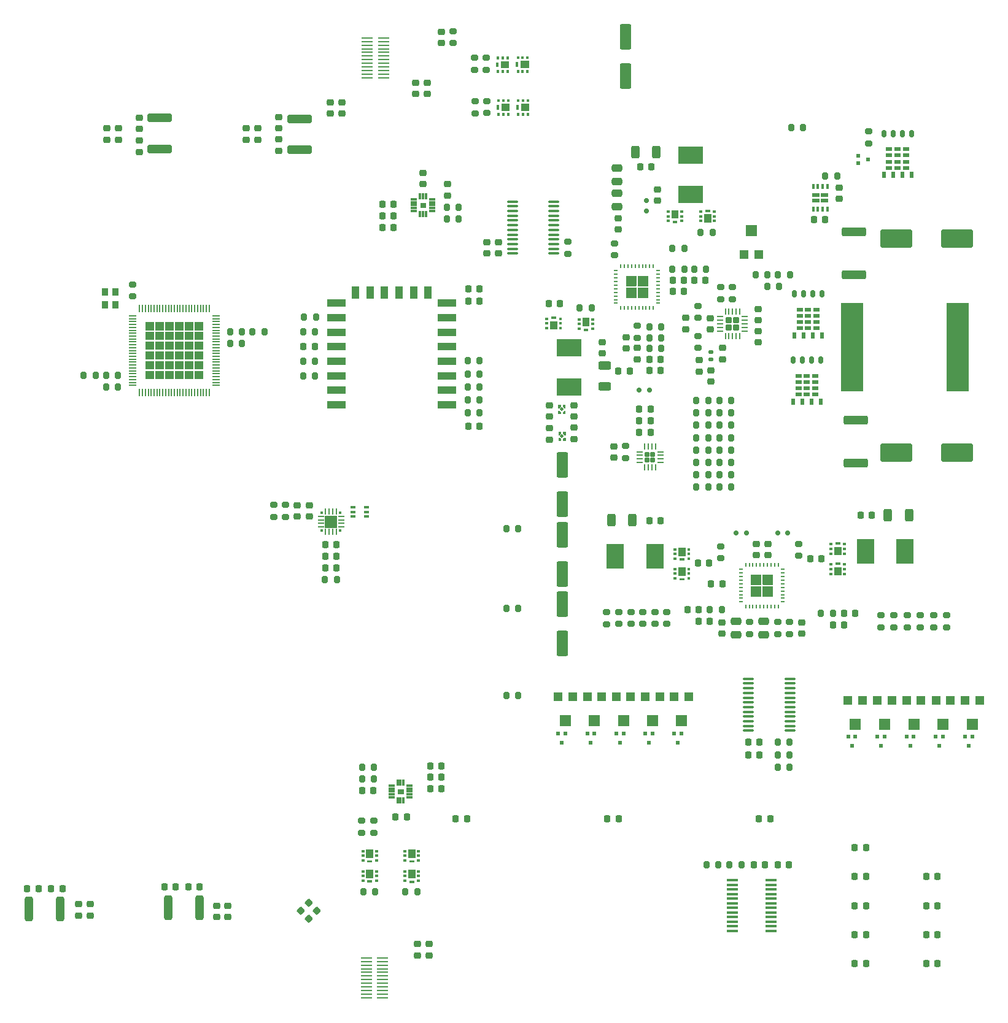
<source format=gbr>
%TF.GenerationSoftware,KiCad,Pcbnew,7.0.10*%
%TF.CreationDate,2024-03-03T22:49:54-05:00*%
%TF.ProjectId,usbc-car-module,75736263-2d63-4617-922d-6d6f64756c65,rev?*%
%TF.SameCoordinates,Original*%
%TF.FileFunction,Paste,Top*%
%TF.FilePolarity,Positive*%
%FSLAX46Y46*%
G04 Gerber Fmt 4.6, Leading zero omitted, Abs format (unit mm)*
G04 Created by KiCad (PCBNEW 7.0.10) date 2024-03-03 22:49:54*
%MOMM*%
%LPD*%
G01*
G04 APERTURE LIST*
G04 Aperture macros list*
%AMRoundRect*
0 Rectangle with rounded corners*
0 $1 Rounding radius*
0 $2 $3 $4 $5 $6 $7 $8 $9 X,Y pos of 4 corners*
0 Add a 4 corners polygon primitive as box body*
4,1,4,$2,$3,$4,$5,$6,$7,$8,$9,$2,$3,0*
0 Add four circle primitives for the rounded corners*
1,1,$1+$1,$2,$3*
1,1,$1+$1,$4,$5*
1,1,$1+$1,$6,$7*
1,1,$1+$1,$8,$9*
0 Add four rect primitives between the rounded corners*
20,1,$1+$1,$2,$3,$4,$5,0*
20,1,$1+$1,$4,$5,$6,$7,0*
20,1,$1+$1,$6,$7,$8,$9,0*
20,1,$1+$1,$8,$9,$2,$3,0*%
%AMRotRect*
0 Rectangle, with rotation*
0 The origin of the aperture is its center*
0 $1 length*
0 $2 width*
0 $3 Rotation angle, in degrees counterclockwise*
0 Add horizontal line*
21,1,$1,$2,0,0,$3*%
G04 Aperture macros list end*
%ADD10C,0.010000*%
%ADD11RoundRect,0.006600X0.413400X0.103400X-0.413400X0.103400X-0.413400X-0.103400X0.413400X-0.103400X0*%
%ADD12RoundRect,0.022000X0.088000X0.398000X-0.088000X0.398000X-0.088000X-0.398000X0.088000X-0.398000X0*%
%ADD13RoundRect,0.006600X-0.413400X-0.103400X0.413400X-0.103400X0.413400X0.103400X-0.413400X0.103400X0*%
%ADD14RoundRect,0.022000X-0.088000X-0.398000X0.088000X-0.398000X0.088000X0.398000X-0.088000X0.398000X0*%
%ADD15RoundRect,0.200000X0.200000X0.275000X-0.200000X0.275000X-0.200000X-0.275000X0.200000X-0.275000X0*%
%ADD16RoundRect,0.200000X-0.200000X-0.275000X0.200000X-0.275000X0.200000X0.275000X-0.200000X0.275000X0*%
%ADD17RoundRect,0.200000X-0.275000X0.200000X-0.275000X-0.200000X0.275000X-0.200000X0.275000X0.200000X0*%
%ADD18RoundRect,0.225000X0.225000X0.250000X-0.225000X0.250000X-0.225000X-0.250000X0.225000X-0.250000X0*%
%ADD19RoundRect,0.225000X-0.225000X-0.250000X0.225000X-0.250000X0.225000X0.250000X-0.225000X0.250000X0*%
%ADD20RoundRect,0.225000X0.250000X-0.225000X0.250000X0.225000X-0.250000X0.225000X-0.250000X-0.225000X0*%
%ADD21RoundRect,0.225000X-0.250000X0.225000X-0.250000X-0.225000X0.250000X-0.225000X0.250000X0.225000X0*%
%ADD22RoundRect,0.218750X0.218750X0.256250X-0.218750X0.256250X-0.218750X-0.256250X0.218750X-0.256250X0*%
%ADD23R,0.500000X0.600000*%
%ADD24RoundRect,0.200000X0.275000X-0.200000X0.275000X0.200000X-0.275000X0.200000X-0.275000X-0.200000X0*%
%ADD25RoundRect,0.218750X-0.256250X0.218750X-0.256250X-0.218750X0.256250X-0.218750X0.256250X0.218750X0*%
%ADD26RoundRect,0.218750X-0.218750X-0.256250X0.218750X-0.256250X0.218750X0.256250X-0.218750X0.256250X0*%
%ADD27R,1.200000X1.200000*%
%ADD28R,1.600000X1.500000*%
%ADD29RotRect,0.450000X0.450000X315.000000*%
%ADD30RoundRect,0.250000X-0.550000X1.500000X-0.550000X-1.500000X0.550000X-1.500000X0.550000X1.500000X0*%
%ADD31RoundRect,0.250000X-1.450000X0.312500X-1.450000X-0.312500X1.450000X-0.312500X1.450000X0.312500X0*%
%ADD32R,2.500000X1.000000*%
%ADD33R,1.000000X1.800000*%
%ADD34RoundRect,0.100000X0.637500X0.100000X-0.637500X0.100000X-0.637500X-0.100000X0.637500X-0.100000X0*%
%ADD35RoundRect,0.250000X0.312500X0.625000X-0.312500X0.625000X-0.312500X-0.625000X0.312500X-0.625000X0*%
%ADD36RoundRect,0.250000X-1.950000X-1.000000X1.950000X-1.000000X1.950000X1.000000X-1.950000X1.000000X0*%
%ADD37RoundRect,0.150000X-0.150000X-0.200000X0.150000X-0.200000X0.150000X0.200000X-0.150000X0.200000X0*%
%ADD38RoundRect,0.217500X0.217500X-0.217500X0.217500X0.217500X-0.217500X0.217500X-0.217500X-0.217500X0*%
%ADD39RoundRect,0.062500X0.062500X-0.375000X0.062500X0.375000X-0.062500X0.375000X-0.062500X-0.375000X0*%
%ADD40RoundRect,0.062500X0.375000X-0.062500X0.375000X0.062500X-0.375000X0.062500X-0.375000X-0.062500X0*%
%ADD41RoundRect,0.250000X0.550000X-1.500000X0.550000X1.500000X-0.550000X1.500000X-0.550000X-1.500000X0*%
%ADD42RoundRect,0.218750X0.256250X-0.218750X0.256250X0.218750X-0.256250X0.218750X-0.256250X-0.218750X0*%
%ADD43R,0.900000X0.600000*%
%ADD44R,0.600000X0.900000*%
%ADD45RoundRect,0.150000X-0.150000X-0.375000X0.150000X-0.375000X0.150000X0.375000X-0.150000X0.375000X0*%
%ADD46R,0.355600X0.355600*%
%ADD47R,0.812800X0.254000*%
%ADD48R,0.254000X0.812800*%
%ADD49R,1.701800X1.701800*%
%ADD50R,1.625000X0.250000*%
%ADD51RoundRect,0.172500X0.172500X0.172500X-0.172500X0.172500X-0.172500X-0.172500X0.172500X-0.172500X0*%
%ADD52RoundRect,0.062500X0.375000X0.062500X-0.375000X0.062500X-0.375000X-0.062500X0.375000X-0.062500X0*%
%ADD53RoundRect,0.062500X0.062500X0.375000X-0.062500X0.375000X-0.062500X-0.375000X0.062500X-0.375000X0*%
%ADD54R,2.489200X3.429000*%
%ADD55R,0.600000X0.500000*%
%ADD56R,1.016000X0.203200*%
%ADD57R,0.203200X1.016000*%
%ADD58R,3.429000X2.489200*%
%ADD59RoundRect,0.135000X-0.185000X0.135000X-0.185000X-0.135000X0.185000X-0.135000X0.185000X0.135000X0*%
%ADD60R,1.600000X0.410000*%
%ADD61R,0.950000X1.050000*%
%ADD62RoundRect,0.250000X0.312500X1.450000X-0.312500X1.450000X-0.312500X-1.450000X0.312500X-1.450000X0*%
%ADD63RoundRect,0.250000X-0.625000X0.312500X-0.625000X-0.312500X0.625000X-0.312500X0.625000X0.312500X0*%
%ADD64RoundRect,0.250000X1.425000X-0.362500X1.425000X0.362500X-1.425000X0.362500X-1.425000X-0.362500X0*%
%ADD65RoundRect,0.150000X0.150000X0.200000X-0.150000X0.200000X-0.150000X-0.200000X0.150000X-0.200000X0*%
%ADD66R,0.599999X0.249999*%
%ADD67R,0.249999X0.599999*%
%ADD68RoundRect,0.225000X0.335876X0.017678X0.017678X0.335876X-0.335876X-0.017678X-0.017678X-0.335876X0*%
%ADD69RoundRect,0.250000X0.475000X-0.250000X0.475000X0.250000X-0.475000X0.250000X-0.475000X-0.250000X0*%
%ADD70R,0.650000X0.400000*%
%ADD71RoundRect,0.150000X0.200000X-0.150000X0.200000X0.150000X-0.200000X0.150000X-0.200000X-0.150000X0*%
%ADD72RoundRect,0.250000X-1.425000X0.362500X-1.425000X-0.362500X1.425000X-0.362500X1.425000X0.362500X0*%
%ADD73R,1.000000X0.600000*%
%ADD74R,0.350000X0.650000*%
%ADD75RoundRect,0.225000X-0.335876X-0.017678X-0.017678X-0.335876X0.335876X0.017678X0.017678X0.335876X0*%
%ADD76R,3.022600X12.192000*%
G04 APERTURE END LIST*
%TO.C,U4*%
D10*
X91450000Y-137965000D02*
X90750000Y-137965000D01*
X90750000Y-137325000D01*
X91450000Y-137325000D01*
X91450000Y-137965000D01*
G36*
X91450000Y-137965000D02*
G01*
X90750000Y-137965000D01*
X90750000Y-137325000D01*
X91450000Y-137325000D01*
X91450000Y-137965000D01*
G37*
%TO.C,U3*%
X94550000Y-57020000D02*
X93850000Y-57020000D01*
X93850000Y-56380000D01*
X94550000Y-56380000D01*
X94550000Y-57020000D01*
G36*
X94550000Y-57020000D02*
G01*
X93850000Y-57020000D01*
X93850000Y-56380000D01*
X94550000Y-56380000D01*
X94550000Y-57020000D01*
G37*
%TO.C,Q22*%
X91842500Y-148760000D02*
X91512500Y-148760000D01*
X91512500Y-148510000D01*
X91842500Y-148510000D01*
X91842500Y-148760000D01*
G36*
X91842500Y-148760000D02*
G01*
X91512500Y-148760000D01*
X91512500Y-148510000D01*
X91842500Y-148510000D01*
X91842500Y-148760000D01*
G37*
X91842500Y-149410000D02*
X91512500Y-149410000D01*
X91512500Y-149160000D01*
X91842500Y-149160000D01*
X91842500Y-149410000D01*
G36*
X91842500Y-149410000D02*
G01*
X91512500Y-149410000D01*
X91512500Y-149160000D01*
X91842500Y-149160000D01*
X91842500Y-149410000D01*
G37*
X91842500Y-150060000D02*
X91512500Y-150060000D01*
X91512500Y-149810000D01*
X91842500Y-149810000D01*
X91842500Y-150060000D01*
G36*
X91842500Y-150060000D02*
G01*
X91512500Y-150060000D01*
X91512500Y-149810000D01*
X91842500Y-149810000D01*
X91842500Y-150060000D01*
G37*
X93062500Y-149525000D02*
X92162500Y-149525000D01*
X92162500Y-148475000D01*
X93062500Y-148475000D01*
X93062500Y-149525000D01*
G36*
X93062500Y-149525000D02*
G01*
X92162500Y-149525000D01*
X92162500Y-148475000D01*
X93062500Y-148475000D01*
X93062500Y-149525000D01*
G37*
X92892500Y-150185000D02*
X92332500Y-150185000D01*
X92332500Y-149935000D01*
X92892500Y-149935000D01*
X92892500Y-150185000D01*
G36*
X92892500Y-150185000D02*
G01*
X92332500Y-150185000D01*
X92332500Y-149935000D01*
X92892500Y-149935000D01*
X92892500Y-150185000D01*
G37*
X93712500Y-148760000D02*
X93382500Y-148760000D01*
X93382500Y-148510000D01*
X93712500Y-148510000D01*
X93712500Y-148760000D01*
G36*
X93712500Y-148760000D02*
G01*
X93382500Y-148760000D01*
X93382500Y-148510000D01*
X93712500Y-148510000D01*
X93712500Y-148760000D01*
G37*
X93712500Y-149410000D02*
X93382500Y-149410000D01*
X93382500Y-149160000D01*
X93712500Y-149160000D01*
X93712500Y-149410000D01*
G36*
X93712500Y-149410000D02*
G01*
X93382500Y-149410000D01*
X93382500Y-149160000D01*
X93712500Y-149160000D01*
X93712500Y-149410000D01*
G37*
X93712500Y-150060000D02*
X93382500Y-150060000D01*
X93382500Y-149810000D01*
X93712500Y-149810000D01*
X93712500Y-150060000D01*
G36*
X93712500Y-150060000D02*
G01*
X93382500Y-150060000D01*
X93382500Y-149810000D01*
X93712500Y-149810000D01*
X93712500Y-150060000D01*
G37*
%TO.C,Q18*%
X105937500Y-36502500D02*
X105687500Y-36502500D01*
X105687500Y-36172500D01*
X105937500Y-36172500D01*
X105937500Y-36502500D01*
G36*
X105937500Y-36502500D02*
G01*
X105687500Y-36502500D01*
X105687500Y-36172500D01*
X105937500Y-36172500D01*
X105937500Y-36502500D01*
G37*
X105287500Y-36502500D02*
X105037500Y-36502500D01*
X105037500Y-36172500D01*
X105287500Y-36172500D01*
X105287500Y-36502500D01*
G36*
X105287500Y-36502500D02*
G01*
X105037500Y-36502500D01*
X105037500Y-36172500D01*
X105287500Y-36172500D01*
X105287500Y-36502500D01*
G37*
X104637500Y-36502500D02*
X104387500Y-36502500D01*
X104387500Y-36172500D01*
X104637500Y-36172500D01*
X104637500Y-36502500D01*
G36*
X104637500Y-36502500D02*
G01*
X104387500Y-36502500D01*
X104387500Y-36172500D01*
X104637500Y-36172500D01*
X104637500Y-36502500D01*
G37*
X105972500Y-37722500D02*
X104922500Y-37722500D01*
X104922500Y-36822500D01*
X105972500Y-36822500D01*
X105972500Y-37722500D01*
G36*
X105972500Y-37722500D02*
G01*
X104922500Y-37722500D01*
X104922500Y-36822500D01*
X105972500Y-36822500D01*
X105972500Y-37722500D01*
G37*
X104512500Y-37552500D02*
X104262500Y-37552500D01*
X104262500Y-36992500D01*
X104512500Y-36992500D01*
X104512500Y-37552500D01*
G36*
X104512500Y-37552500D02*
G01*
X104262500Y-37552500D01*
X104262500Y-36992500D01*
X104512500Y-36992500D01*
X104512500Y-37552500D01*
G37*
X105937500Y-38372500D02*
X105687500Y-38372500D01*
X105687500Y-38042500D01*
X105937500Y-38042500D01*
X105937500Y-38372500D01*
G36*
X105937500Y-38372500D02*
G01*
X105687500Y-38372500D01*
X105687500Y-38042500D01*
X105937500Y-38042500D01*
X105937500Y-38372500D01*
G37*
X105287500Y-38372500D02*
X105037500Y-38372500D01*
X105037500Y-38042500D01*
X105287500Y-38042500D01*
X105287500Y-38372500D01*
G36*
X105287500Y-38372500D02*
G01*
X105037500Y-38372500D01*
X105037500Y-38042500D01*
X105287500Y-38042500D01*
X105287500Y-38372500D01*
G37*
X104637500Y-38372500D02*
X104387500Y-38372500D01*
X104387500Y-38042500D01*
X104637500Y-38042500D01*
X104637500Y-38372500D01*
G36*
X104637500Y-38372500D02*
G01*
X104387500Y-38372500D01*
X104387500Y-38042500D01*
X104637500Y-38042500D01*
X104637500Y-38372500D01*
G37*
%TO.C,U5*%
X113802436Y-88385000D02*
X113692436Y-88385000D01*
X113542436Y-88235000D01*
X113542436Y-87995000D01*
X113802436Y-87995000D01*
X113802436Y-88385000D01*
G36*
X113802436Y-88385000D02*
G01*
X113692436Y-88385000D01*
X113542436Y-88235000D01*
X113542436Y-87995000D01*
X113802436Y-87995000D01*
X113802436Y-88385000D01*
G37*
X113152436Y-88235000D02*
X113002436Y-88385000D01*
X112892436Y-88385000D01*
X112892436Y-87995000D01*
X113152436Y-87995000D01*
X113152436Y-88235000D01*
G36*
X113152436Y-88235000D02*
G01*
X113002436Y-88385000D01*
X112892436Y-88385000D01*
X112892436Y-87995000D01*
X113152436Y-87995000D01*
X113152436Y-88235000D01*
G37*
X113802436Y-89195000D02*
X113542436Y-89195000D01*
X113542436Y-88955000D01*
X113692436Y-88805000D01*
X113802436Y-88805000D01*
X113802436Y-89195000D01*
G36*
X113802436Y-89195000D02*
G01*
X113542436Y-89195000D01*
X113542436Y-88955000D01*
X113692436Y-88805000D01*
X113802436Y-88805000D01*
X113802436Y-89195000D01*
G37*
X113152436Y-88955000D02*
X113152436Y-89195000D01*
X112892436Y-89195000D01*
X112892436Y-88805000D01*
X113002436Y-88805000D01*
X113152436Y-88955000D01*
G36*
X113152436Y-88955000D02*
G01*
X113152436Y-89195000D01*
X112892436Y-89195000D01*
X112892436Y-88805000D01*
X113002436Y-88805000D01*
X113152436Y-88955000D01*
G37*
%TO.C,Q19*%
X106022500Y-42395000D02*
X105772500Y-42395000D01*
X105772500Y-42065000D01*
X106022500Y-42065000D01*
X106022500Y-42395000D01*
G36*
X106022500Y-42395000D02*
G01*
X105772500Y-42395000D01*
X105772500Y-42065000D01*
X106022500Y-42065000D01*
X106022500Y-42395000D01*
G37*
X105372500Y-42395000D02*
X105122500Y-42395000D01*
X105122500Y-42065000D01*
X105372500Y-42065000D01*
X105372500Y-42395000D01*
G36*
X105372500Y-42395000D02*
G01*
X105122500Y-42395000D01*
X105122500Y-42065000D01*
X105372500Y-42065000D01*
X105372500Y-42395000D01*
G37*
X104722500Y-42395000D02*
X104472500Y-42395000D01*
X104472500Y-42065000D01*
X104722500Y-42065000D01*
X104722500Y-42395000D01*
G36*
X104722500Y-42395000D02*
G01*
X104472500Y-42395000D01*
X104472500Y-42065000D01*
X104722500Y-42065000D01*
X104722500Y-42395000D01*
G37*
X106057500Y-43615000D02*
X105007500Y-43615000D01*
X105007500Y-42715000D01*
X106057500Y-42715000D01*
X106057500Y-43615000D01*
G36*
X106057500Y-43615000D02*
G01*
X105007500Y-43615000D01*
X105007500Y-42715000D01*
X106057500Y-42715000D01*
X106057500Y-43615000D01*
G37*
X104597500Y-43445000D02*
X104347500Y-43445000D01*
X104347500Y-42885000D01*
X104597500Y-42885000D01*
X104597500Y-43445000D01*
G36*
X104597500Y-43445000D02*
G01*
X104347500Y-43445000D01*
X104347500Y-42885000D01*
X104597500Y-42885000D01*
X104597500Y-43445000D01*
G37*
X106022500Y-44265000D02*
X105772500Y-44265000D01*
X105772500Y-43935000D01*
X106022500Y-43935000D01*
X106022500Y-44265000D01*
G36*
X106022500Y-44265000D02*
G01*
X105772500Y-44265000D01*
X105772500Y-43935000D01*
X106022500Y-43935000D01*
X106022500Y-44265000D01*
G37*
X105372500Y-44265000D02*
X105122500Y-44265000D01*
X105122500Y-43935000D01*
X105372500Y-43935000D01*
X105372500Y-44265000D01*
G36*
X105372500Y-44265000D02*
G01*
X105122500Y-44265000D01*
X105122500Y-43935000D01*
X105372500Y-43935000D01*
X105372500Y-44265000D01*
G37*
X104722500Y-44265000D02*
X104472500Y-44265000D01*
X104472500Y-43935000D01*
X104722500Y-43935000D01*
X104722500Y-44265000D01*
G36*
X104722500Y-44265000D02*
G01*
X104472500Y-44265000D01*
X104472500Y-43935000D01*
X104722500Y-43935000D01*
X104722500Y-44265000D01*
G37*
%TO.C,Q23*%
X86042500Y-148745000D02*
X85712500Y-148745000D01*
X85712500Y-148495000D01*
X86042500Y-148495000D01*
X86042500Y-148745000D01*
G36*
X86042500Y-148745000D02*
G01*
X85712500Y-148745000D01*
X85712500Y-148495000D01*
X86042500Y-148495000D01*
X86042500Y-148745000D01*
G37*
X86042500Y-149395000D02*
X85712500Y-149395000D01*
X85712500Y-149145000D01*
X86042500Y-149145000D01*
X86042500Y-149395000D01*
G36*
X86042500Y-149395000D02*
G01*
X85712500Y-149395000D01*
X85712500Y-149145000D01*
X86042500Y-149145000D01*
X86042500Y-149395000D01*
G37*
X86042500Y-150045000D02*
X85712500Y-150045000D01*
X85712500Y-149795000D01*
X86042500Y-149795000D01*
X86042500Y-150045000D01*
G36*
X86042500Y-150045000D02*
G01*
X85712500Y-150045000D01*
X85712500Y-149795000D01*
X86042500Y-149795000D01*
X86042500Y-150045000D01*
G37*
X87262500Y-149510000D02*
X86362500Y-149510000D01*
X86362500Y-148460000D01*
X87262500Y-148460000D01*
X87262500Y-149510000D01*
G36*
X87262500Y-149510000D02*
G01*
X86362500Y-149510000D01*
X86362500Y-148460000D01*
X87262500Y-148460000D01*
X87262500Y-149510000D01*
G37*
X87092500Y-150170000D02*
X86532500Y-150170000D01*
X86532500Y-149920000D01*
X87092500Y-149920000D01*
X87092500Y-150170000D01*
G36*
X87092500Y-150170000D02*
G01*
X86532500Y-150170000D01*
X86532500Y-149920000D01*
X87092500Y-149920000D01*
X87092500Y-150170000D01*
G37*
X87912500Y-148745000D02*
X87582500Y-148745000D01*
X87582500Y-148495000D01*
X87912500Y-148495000D01*
X87912500Y-148745000D01*
G36*
X87912500Y-148745000D02*
G01*
X87582500Y-148745000D01*
X87582500Y-148495000D01*
X87912500Y-148495000D01*
X87912500Y-148745000D01*
G37*
X87912500Y-149395000D02*
X87582500Y-149395000D01*
X87582500Y-149145000D01*
X87912500Y-149145000D01*
X87912500Y-149395000D01*
G36*
X87912500Y-149395000D02*
G01*
X87582500Y-149395000D01*
X87582500Y-149145000D01*
X87912500Y-149145000D01*
X87912500Y-149395000D01*
G37*
X87912500Y-150045000D02*
X87582500Y-150045000D01*
X87582500Y-149795000D01*
X87912500Y-149795000D01*
X87912500Y-150045000D01*
G36*
X87912500Y-150045000D02*
G01*
X87582500Y-150045000D01*
X87582500Y-149795000D01*
X87912500Y-149795000D01*
X87912500Y-150045000D01*
G37*
%TO.C,Q24*%
X91842500Y-145960000D02*
X91512500Y-145960000D01*
X91512500Y-145710000D01*
X91842500Y-145710000D01*
X91842500Y-145960000D01*
G36*
X91842500Y-145960000D02*
G01*
X91512500Y-145960000D01*
X91512500Y-145710000D01*
X91842500Y-145710000D01*
X91842500Y-145960000D01*
G37*
X91842500Y-146610000D02*
X91512500Y-146610000D01*
X91512500Y-146360000D01*
X91842500Y-146360000D01*
X91842500Y-146610000D01*
G36*
X91842500Y-146610000D02*
G01*
X91512500Y-146610000D01*
X91512500Y-146360000D01*
X91842500Y-146360000D01*
X91842500Y-146610000D01*
G37*
X91842500Y-147260000D02*
X91512500Y-147260000D01*
X91512500Y-147010000D01*
X91842500Y-147010000D01*
X91842500Y-147260000D01*
G36*
X91842500Y-147260000D02*
G01*
X91512500Y-147260000D01*
X91512500Y-147010000D01*
X91842500Y-147010000D01*
X91842500Y-147260000D01*
G37*
X93062500Y-146725000D02*
X92162500Y-146725000D01*
X92162500Y-145675000D01*
X93062500Y-145675000D01*
X93062500Y-146725000D01*
G36*
X93062500Y-146725000D02*
G01*
X92162500Y-146725000D01*
X92162500Y-145675000D01*
X93062500Y-145675000D01*
X93062500Y-146725000D01*
G37*
X92892500Y-147385000D02*
X92332500Y-147385000D01*
X92332500Y-147135000D01*
X92892500Y-147135000D01*
X92892500Y-147385000D01*
G36*
X92892500Y-147385000D02*
G01*
X92332500Y-147385000D01*
X92332500Y-147135000D01*
X92892500Y-147135000D01*
X92892500Y-147385000D01*
G37*
X93712500Y-145960000D02*
X93382500Y-145960000D01*
X93382500Y-145710000D01*
X93712500Y-145710000D01*
X93712500Y-145960000D01*
G36*
X93712500Y-145960000D02*
G01*
X93382500Y-145960000D01*
X93382500Y-145710000D01*
X93712500Y-145710000D01*
X93712500Y-145960000D01*
G37*
X93712500Y-146610000D02*
X93382500Y-146610000D01*
X93382500Y-146360000D01*
X93712500Y-146360000D01*
X93712500Y-146610000D01*
G36*
X93712500Y-146610000D02*
G01*
X93382500Y-146610000D01*
X93382500Y-146360000D01*
X93712500Y-146360000D01*
X93712500Y-146610000D01*
G37*
X93712500Y-147260000D02*
X93382500Y-147260000D01*
X93382500Y-147010000D01*
X93712500Y-147010000D01*
X93712500Y-147260000D01*
G36*
X93712500Y-147260000D02*
G01*
X93382500Y-147260000D01*
X93382500Y-147010000D01*
X93712500Y-147010000D01*
X93712500Y-147260000D01*
G37*
%TO.C,Q20*%
X108737500Y-42395000D02*
X108487500Y-42395000D01*
X108487500Y-42065000D01*
X108737500Y-42065000D01*
X108737500Y-42395000D01*
G36*
X108737500Y-42395000D02*
G01*
X108487500Y-42395000D01*
X108487500Y-42065000D01*
X108737500Y-42065000D01*
X108737500Y-42395000D01*
G37*
X108087500Y-42395000D02*
X107837500Y-42395000D01*
X107837500Y-42065000D01*
X108087500Y-42065000D01*
X108087500Y-42395000D01*
G36*
X108087500Y-42395000D02*
G01*
X107837500Y-42395000D01*
X107837500Y-42065000D01*
X108087500Y-42065000D01*
X108087500Y-42395000D01*
G37*
X107437500Y-42395000D02*
X107187500Y-42395000D01*
X107187500Y-42065000D01*
X107437500Y-42065000D01*
X107437500Y-42395000D01*
G36*
X107437500Y-42395000D02*
G01*
X107187500Y-42395000D01*
X107187500Y-42065000D01*
X107437500Y-42065000D01*
X107437500Y-42395000D01*
G37*
X108772500Y-43615000D02*
X107722500Y-43615000D01*
X107722500Y-42715000D01*
X108772500Y-42715000D01*
X108772500Y-43615000D01*
G36*
X108772500Y-43615000D02*
G01*
X107722500Y-43615000D01*
X107722500Y-42715000D01*
X108772500Y-42715000D01*
X108772500Y-43615000D01*
G37*
X107312500Y-43445000D02*
X107062500Y-43445000D01*
X107062500Y-42885000D01*
X107312500Y-42885000D01*
X107312500Y-43445000D01*
G36*
X107312500Y-43445000D02*
G01*
X107062500Y-43445000D01*
X107062500Y-42885000D01*
X107312500Y-42885000D01*
X107312500Y-43445000D01*
G37*
X108737500Y-44265000D02*
X108487500Y-44265000D01*
X108487500Y-43935000D01*
X108737500Y-43935000D01*
X108737500Y-44265000D01*
G36*
X108737500Y-44265000D02*
G01*
X108487500Y-44265000D01*
X108487500Y-43935000D01*
X108737500Y-43935000D01*
X108737500Y-44265000D01*
G37*
X108087500Y-44265000D02*
X107837500Y-44265000D01*
X107837500Y-43935000D01*
X108087500Y-43935000D01*
X108087500Y-44265000D01*
G36*
X108087500Y-44265000D02*
G01*
X107837500Y-44265000D01*
X107837500Y-43935000D01*
X108087500Y-43935000D01*
X108087500Y-44265000D01*
G37*
X107437500Y-44265000D02*
X107187500Y-44265000D01*
X107187500Y-43935000D01*
X107437500Y-43935000D01*
X107437500Y-44265000D01*
G36*
X107437500Y-44265000D02*
G01*
X107187500Y-44265000D01*
X107187500Y-43935000D01*
X107437500Y-43935000D01*
X107437500Y-44265000D01*
G37*
%TO.C,Q25*%
X86042500Y-145960000D02*
X85712500Y-145960000D01*
X85712500Y-145710000D01*
X86042500Y-145710000D01*
X86042500Y-145960000D01*
G36*
X86042500Y-145960000D02*
G01*
X85712500Y-145960000D01*
X85712500Y-145710000D01*
X86042500Y-145710000D01*
X86042500Y-145960000D01*
G37*
X86042500Y-146610000D02*
X85712500Y-146610000D01*
X85712500Y-146360000D01*
X86042500Y-146360000D01*
X86042500Y-146610000D01*
G36*
X86042500Y-146610000D02*
G01*
X85712500Y-146610000D01*
X85712500Y-146360000D01*
X86042500Y-146360000D01*
X86042500Y-146610000D01*
G37*
X86042500Y-147260000D02*
X85712500Y-147260000D01*
X85712500Y-147010000D01*
X86042500Y-147010000D01*
X86042500Y-147260000D01*
G36*
X86042500Y-147260000D02*
G01*
X85712500Y-147260000D01*
X85712500Y-147010000D01*
X86042500Y-147010000D01*
X86042500Y-147260000D01*
G37*
X87262500Y-146725000D02*
X86362500Y-146725000D01*
X86362500Y-145675000D01*
X87262500Y-145675000D01*
X87262500Y-146725000D01*
G36*
X87262500Y-146725000D02*
G01*
X86362500Y-146725000D01*
X86362500Y-145675000D01*
X87262500Y-145675000D01*
X87262500Y-146725000D01*
G37*
X87092500Y-147385000D02*
X86532500Y-147385000D01*
X86532500Y-147135000D01*
X87092500Y-147135000D01*
X87092500Y-147385000D01*
G36*
X87092500Y-147385000D02*
G01*
X86532500Y-147385000D01*
X86532500Y-147135000D01*
X87092500Y-147135000D01*
X87092500Y-147385000D01*
G37*
X87912500Y-145960000D02*
X87582500Y-145960000D01*
X87582500Y-145710000D01*
X87912500Y-145710000D01*
X87912500Y-145960000D01*
G36*
X87912500Y-145960000D02*
G01*
X87582500Y-145960000D01*
X87582500Y-145710000D01*
X87912500Y-145710000D01*
X87912500Y-145960000D01*
G37*
X87912500Y-146610000D02*
X87582500Y-146610000D01*
X87582500Y-146360000D01*
X87912500Y-146360000D01*
X87912500Y-146610000D01*
G36*
X87912500Y-146610000D02*
G01*
X87582500Y-146610000D01*
X87582500Y-146360000D01*
X87912500Y-146360000D01*
X87912500Y-146610000D01*
G37*
X87912500Y-147260000D02*
X87582500Y-147260000D01*
X87582500Y-147010000D01*
X87912500Y-147010000D01*
X87912500Y-147260000D01*
G36*
X87912500Y-147260000D02*
G01*
X87582500Y-147260000D01*
X87582500Y-147010000D01*
X87912500Y-147010000D01*
X87912500Y-147260000D01*
G37*
%TO.C,U13*%
G36*
X57111632Y-73982933D02*
G01*
X55961199Y-73982933D01*
X55961199Y-72832500D01*
X57111632Y-72832500D01*
X57111632Y-73982933D01*
G37*
G36*
X57111632Y-75333367D02*
G01*
X55961199Y-75333367D01*
X55961199Y-74182933D01*
X57111632Y-74182933D01*
X57111632Y-75333367D01*
G37*
G36*
X57111632Y-76683800D02*
G01*
X55961199Y-76683800D01*
X55961199Y-75533366D01*
X57111632Y-75533366D01*
X57111632Y-76683800D01*
G37*
G36*
X57111632Y-78034234D02*
G01*
X55961199Y-78034234D01*
X55961199Y-76883800D01*
X57111632Y-76883800D01*
X57111632Y-78034234D01*
G37*
G36*
X57111632Y-79384667D02*
G01*
X55961199Y-79384667D01*
X55961199Y-78234233D01*
X57111632Y-78234233D01*
X57111632Y-79384667D01*
G37*
G36*
X57111632Y-80735100D02*
G01*
X55961199Y-80735100D01*
X55961199Y-79584667D01*
X57111632Y-79584667D01*
X57111632Y-80735100D01*
G37*
G36*
X58462066Y-73982933D02*
G01*
X57311632Y-73982933D01*
X57311632Y-72832500D01*
X58462066Y-72832500D01*
X58462066Y-73982933D01*
G37*
G36*
X58462066Y-75333367D02*
G01*
X57311632Y-75333367D01*
X57311632Y-74182933D01*
X58462066Y-74182933D01*
X58462066Y-75333367D01*
G37*
G36*
X58462066Y-76683800D02*
G01*
X57311632Y-76683800D01*
X57311632Y-75533366D01*
X58462066Y-75533366D01*
X58462066Y-76683800D01*
G37*
G36*
X58462066Y-78034234D02*
G01*
X57311632Y-78034234D01*
X57311632Y-76883800D01*
X58462066Y-76883800D01*
X58462066Y-78034234D01*
G37*
G36*
X58462066Y-79384667D02*
G01*
X57311632Y-79384667D01*
X57311632Y-78234233D01*
X58462066Y-78234233D01*
X58462066Y-79384667D01*
G37*
G36*
X58462066Y-80735100D02*
G01*
X57311632Y-80735100D01*
X57311632Y-79584667D01*
X58462066Y-79584667D01*
X58462066Y-80735100D01*
G37*
G36*
X59812499Y-73982933D02*
G01*
X58662065Y-73982933D01*
X58662065Y-72832500D01*
X59812499Y-72832500D01*
X59812499Y-73982933D01*
G37*
G36*
X59812499Y-75333367D02*
G01*
X58662065Y-75333367D01*
X58662065Y-74182933D01*
X59812499Y-74182933D01*
X59812499Y-75333367D01*
G37*
G36*
X59812499Y-76683800D02*
G01*
X58662065Y-76683800D01*
X58662065Y-75533366D01*
X59812499Y-75533366D01*
X59812499Y-76683800D01*
G37*
G36*
X59812499Y-78034234D02*
G01*
X58662065Y-78034234D01*
X58662065Y-76883800D01*
X59812499Y-76883800D01*
X59812499Y-78034234D01*
G37*
G36*
X59812499Y-79384667D02*
G01*
X58662065Y-79384667D01*
X58662065Y-78234233D01*
X59812499Y-78234233D01*
X59812499Y-79384667D01*
G37*
G36*
X59812499Y-80735100D02*
G01*
X58662065Y-80735100D01*
X58662065Y-79584667D01*
X59812499Y-79584667D01*
X59812499Y-80735100D01*
G37*
G36*
X61162933Y-73982933D02*
G01*
X60012499Y-73982933D01*
X60012499Y-72832500D01*
X61162933Y-72832500D01*
X61162933Y-73982933D01*
G37*
G36*
X61162933Y-75333367D02*
G01*
X60012499Y-75333367D01*
X60012499Y-74182933D01*
X61162933Y-74182933D01*
X61162933Y-75333367D01*
G37*
G36*
X61162933Y-76683800D02*
G01*
X60012499Y-76683800D01*
X60012499Y-75533366D01*
X61162933Y-75533366D01*
X61162933Y-76683800D01*
G37*
G36*
X61162933Y-78034234D02*
G01*
X60012499Y-78034234D01*
X60012499Y-76883800D01*
X61162933Y-76883800D01*
X61162933Y-78034234D01*
G37*
G36*
X61162933Y-79384667D02*
G01*
X60012499Y-79384667D01*
X60012499Y-78234233D01*
X61162933Y-78234233D01*
X61162933Y-79384667D01*
G37*
G36*
X61162933Y-80735100D02*
G01*
X60012499Y-80735100D01*
X60012499Y-79584667D01*
X61162933Y-79584667D01*
X61162933Y-80735100D01*
G37*
G36*
X62513366Y-73982933D02*
G01*
X61362932Y-73982933D01*
X61362932Y-72832500D01*
X62513366Y-72832500D01*
X62513366Y-73982933D01*
G37*
G36*
X62513366Y-75333367D02*
G01*
X61362932Y-75333367D01*
X61362932Y-74182933D01*
X62513366Y-74182933D01*
X62513366Y-75333367D01*
G37*
G36*
X62513366Y-76683800D02*
G01*
X61362932Y-76683800D01*
X61362932Y-75533366D01*
X62513366Y-75533366D01*
X62513366Y-76683800D01*
G37*
G36*
X62513366Y-78034234D02*
G01*
X61362932Y-78034234D01*
X61362932Y-76883800D01*
X62513366Y-76883800D01*
X62513366Y-78034234D01*
G37*
G36*
X62513366Y-79384667D02*
G01*
X61362932Y-79384667D01*
X61362932Y-78234233D01*
X62513366Y-78234233D01*
X62513366Y-79384667D01*
G37*
G36*
X62513366Y-80735100D02*
G01*
X61362932Y-80735100D01*
X61362932Y-79584667D01*
X62513366Y-79584667D01*
X62513366Y-80735100D01*
G37*
G36*
X63863799Y-73982933D02*
G01*
X62713366Y-73982933D01*
X62713366Y-72832500D01*
X63863799Y-72832500D01*
X63863799Y-73982933D01*
G37*
G36*
X63863799Y-75333367D02*
G01*
X62713366Y-75333367D01*
X62713366Y-74182933D01*
X63863799Y-74182933D01*
X63863799Y-75333367D01*
G37*
G36*
X63863799Y-76683800D02*
G01*
X62713366Y-76683800D01*
X62713366Y-75533366D01*
X63863799Y-75533366D01*
X63863799Y-76683800D01*
G37*
G36*
X63863799Y-78034234D02*
G01*
X62713366Y-78034234D01*
X62713366Y-76883800D01*
X63863799Y-76883800D01*
X63863799Y-78034234D01*
G37*
G36*
X63863799Y-79384667D02*
G01*
X62713366Y-79384667D01*
X62713366Y-78234233D01*
X63863799Y-78234233D01*
X63863799Y-79384667D01*
G37*
G36*
X63863799Y-80735100D02*
G01*
X62713366Y-80735100D01*
X62713366Y-79584667D01*
X63863799Y-79584667D01*
X63863799Y-80735100D01*
G37*
%TO.C,Q30*%
X115855000Y-72560000D02*
X115525000Y-72560000D01*
X115525000Y-72310000D01*
X115855000Y-72310000D01*
X115855000Y-72560000D01*
G36*
X115855000Y-72560000D02*
G01*
X115525000Y-72560000D01*
X115525000Y-72310000D01*
X115855000Y-72310000D01*
X115855000Y-72560000D01*
G37*
X115855000Y-73210000D02*
X115525000Y-73210000D01*
X115525000Y-72960000D01*
X115855000Y-72960000D01*
X115855000Y-73210000D01*
G36*
X115855000Y-73210000D02*
G01*
X115525000Y-73210000D01*
X115525000Y-72960000D01*
X115855000Y-72960000D01*
X115855000Y-73210000D01*
G37*
X115855000Y-73860000D02*
X115525000Y-73860000D01*
X115525000Y-73610000D01*
X115855000Y-73610000D01*
X115855000Y-73860000D01*
G36*
X115855000Y-73860000D02*
G01*
X115525000Y-73860000D01*
X115525000Y-73610000D01*
X115855000Y-73610000D01*
X115855000Y-73860000D01*
G37*
X117075000Y-73325000D02*
X116175000Y-73325000D01*
X116175000Y-72275000D01*
X117075000Y-72275000D01*
X117075000Y-73325000D01*
G36*
X117075000Y-73325000D02*
G01*
X116175000Y-73325000D01*
X116175000Y-72275000D01*
X117075000Y-72275000D01*
X117075000Y-73325000D01*
G37*
X116905000Y-73985000D02*
X116345000Y-73985000D01*
X116345000Y-73735000D01*
X116905000Y-73735000D01*
X116905000Y-73985000D01*
G36*
X116905000Y-73985000D02*
G01*
X116345000Y-73985000D01*
X116345000Y-73735000D01*
X116905000Y-73735000D01*
X116905000Y-73985000D01*
G37*
X117725000Y-72560000D02*
X117395000Y-72560000D01*
X117395000Y-72310000D01*
X117725000Y-72310000D01*
X117725000Y-72560000D01*
G36*
X117725000Y-72560000D02*
G01*
X117395000Y-72560000D01*
X117395000Y-72310000D01*
X117725000Y-72310000D01*
X117725000Y-72560000D01*
G37*
X117725000Y-73210000D02*
X117395000Y-73210000D01*
X117395000Y-72960000D01*
X117725000Y-72960000D01*
X117725000Y-73210000D01*
G36*
X117725000Y-73210000D02*
G01*
X117395000Y-73210000D01*
X117395000Y-72960000D01*
X117725000Y-72960000D01*
X117725000Y-73210000D01*
G37*
X117725000Y-73860000D02*
X117395000Y-73860000D01*
X117395000Y-73610000D01*
X117725000Y-73610000D01*
X117725000Y-73860000D01*
G36*
X117725000Y-73860000D02*
G01*
X117395000Y-73860000D01*
X117395000Y-73610000D01*
X117725000Y-73610000D01*
X117725000Y-73860000D01*
G37*
%TO.C,Q6*%
X152467197Y-104900004D02*
X152137197Y-104900004D01*
X152137197Y-104650004D01*
X152467197Y-104650004D01*
X152467197Y-104900004D01*
G36*
X152467197Y-104900004D02*
G01*
X152137197Y-104900004D01*
X152137197Y-104650004D01*
X152467197Y-104650004D01*
X152467197Y-104900004D01*
G37*
X152467197Y-104250004D02*
X152137197Y-104250004D01*
X152137197Y-104000004D01*
X152467197Y-104000004D01*
X152467197Y-104250004D01*
G36*
X152467197Y-104250004D02*
G01*
X152137197Y-104250004D01*
X152137197Y-104000004D01*
X152467197Y-104000004D01*
X152467197Y-104250004D01*
G37*
X152467197Y-103600004D02*
X152137197Y-103600004D01*
X152137197Y-103350004D01*
X152467197Y-103350004D01*
X152467197Y-103600004D01*
G36*
X152467197Y-103600004D02*
G01*
X152137197Y-103600004D01*
X152137197Y-103350004D01*
X152467197Y-103350004D01*
X152467197Y-103600004D01*
G37*
X151817197Y-104935004D02*
X150917197Y-104935004D01*
X150917197Y-103885004D01*
X151817197Y-103885004D01*
X151817197Y-104935004D01*
G36*
X151817197Y-104935004D02*
G01*
X150917197Y-104935004D01*
X150917197Y-103885004D01*
X151817197Y-103885004D01*
X151817197Y-104935004D01*
G37*
X151647197Y-103475004D02*
X151087197Y-103475004D01*
X151087197Y-103225004D01*
X151647197Y-103225004D01*
X151647197Y-103475004D01*
G36*
X151647197Y-103475004D02*
G01*
X151087197Y-103475004D01*
X151087197Y-103225004D01*
X151647197Y-103225004D01*
X151647197Y-103475004D01*
G37*
X150597197Y-104900004D02*
X150267197Y-104900004D01*
X150267197Y-104650004D01*
X150597197Y-104650004D01*
X150597197Y-104900004D01*
G36*
X150597197Y-104900004D02*
G01*
X150267197Y-104900004D01*
X150267197Y-104650004D01*
X150597197Y-104650004D01*
X150597197Y-104900004D01*
G37*
X150597197Y-104250004D02*
X150267197Y-104250004D01*
X150267197Y-104000004D01*
X150597197Y-104000004D01*
X150597197Y-104250004D01*
G36*
X150597197Y-104250004D02*
G01*
X150267197Y-104250004D01*
X150267197Y-104000004D01*
X150597197Y-104000004D01*
X150597197Y-104250004D01*
G37*
X150597197Y-103600004D02*
X150267197Y-103600004D01*
X150267197Y-103350004D01*
X150597197Y-103350004D01*
X150597197Y-103600004D01*
G36*
X150597197Y-103600004D02*
G01*
X150267197Y-103600004D01*
X150267197Y-103350004D01*
X150597197Y-103350004D01*
X150597197Y-103600004D01*
G37*
%TO.C,U6*%
X113777436Y-84677500D02*
X113667436Y-84677500D01*
X113517436Y-84527500D01*
X113517436Y-84287500D01*
X113777436Y-84287500D01*
X113777436Y-84677500D01*
G36*
X113777436Y-84677500D02*
G01*
X113667436Y-84677500D01*
X113517436Y-84527500D01*
X113517436Y-84287500D01*
X113777436Y-84287500D01*
X113777436Y-84677500D01*
G37*
X113127436Y-84527500D02*
X112977436Y-84677500D01*
X112867436Y-84677500D01*
X112867436Y-84287500D01*
X113127436Y-84287500D01*
X113127436Y-84527500D01*
G36*
X113127436Y-84527500D02*
G01*
X112977436Y-84677500D01*
X112867436Y-84677500D01*
X112867436Y-84287500D01*
X113127436Y-84287500D01*
X113127436Y-84527500D01*
G37*
X113777436Y-85487500D02*
X113517436Y-85487500D01*
X113517436Y-85247500D01*
X113667436Y-85097500D01*
X113777436Y-85097500D01*
X113777436Y-85487500D01*
G36*
X113777436Y-85487500D02*
G01*
X113517436Y-85487500D01*
X113517436Y-85247500D01*
X113667436Y-85097500D01*
X113777436Y-85097500D01*
X113777436Y-85487500D01*
G37*
X113127436Y-85247500D02*
X113127436Y-85487500D01*
X112867436Y-85487500D01*
X112867436Y-85097500D01*
X112977436Y-85097500D01*
X113127436Y-85247500D01*
G36*
X113127436Y-85247500D02*
G01*
X113127436Y-85487500D01*
X112867436Y-85487500D01*
X112867436Y-85097500D01*
X112977436Y-85097500D01*
X113127436Y-85247500D01*
G37*
%TO.C,Q5*%
X152467197Y-107700004D02*
X152137197Y-107700004D01*
X152137197Y-107450004D01*
X152467197Y-107450004D01*
X152467197Y-107700004D01*
G36*
X152467197Y-107700004D02*
G01*
X152137197Y-107700004D01*
X152137197Y-107450004D01*
X152467197Y-107450004D01*
X152467197Y-107700004D01*
G37*
X152467197Y-107050004D02*
X152137197Y-107050004D01*
X152137197Y-106800004D01*
X152467197Y-106800004D01*
X152467197Y-107050004D01*
G36*
X152467197Y-107050004D02*
G01*
X152137197Y-107050004D01*
X152137197Y-106800004D01*
X152467197Y-106800004D01*
X152467197Y-107050004D01*
G37*
X152467197Y-106400004D02*
X152137197Y-106400004D01*
X152137197Y-106150004D01*
X152467197Y-106150004D01*
X152467197Y-106400004D01*
G36*
X152467197Y-106400004D02*
G01*
X152137197Y-106400004D01*
X152137197Y-106150004D01*
X152467197Y-106150004D01*
X152467197Y-106400004D01*
G37*
X151817197Y-107735004D02*
X150917197Y-107735004D01*
X150917197Y-106685004D01*
X151817197Y-106685004D01*
X151817197Y-107735004D01*
G36*
X151817197Y-107735004D02*
G01*
X150917197Y-107735004D01*
X150917197Y-106685004D01*
X151817197Y-106685004D01*
X151817197Y-107735004D01*
G37*
X151647197Y-106275004D02*
X151087197Y-106275004D01*
X151087197Y-106025004D01*
X151647197Y-106025004D01*
X151647197Y-106275004D01*
G36*
X151647197Y-106275004D02*
G01*
X151087197Y-106275004D01*
X151087197Y-106025004D01*
X151647197Y-106025004D01*
X151647197Y-106275004D01*
G37*
X150597197Y-107700004D02*
X150267197Y-107700004D01*
X150267197Y-107450004D01*
X150597197Y-107450004D01*
X150597197Y-107700004D01*
G36*
X150597197Y-107700004D02*
G01*
X150267197Y-107700004D01*
X150267197Y-107450004D01*
X150597197Y-107450004D01*
X150597197Y-107700004D01*
G37*
X150597197Y-107050004D02*
X150267197Y-107050004D01*
X150267197Y-106800004D01*
X150597197Y-106800004D01*
X150597197Y-107050004D01*
G36*
X150597197Y-107050004D02*
G01*
X150267197Y-107050004D01*
X150267197Y-106800004D01*
X150597197Y-106800004D01*
X150597197Y-107050004D01*
G37*
X150597197Y-106400004D02*
X150267197Y-106400004D01*
X150267197Y-106150004D01*
X150597197Y-106150004D01*
X150597197Y-106400004D01*
G36*
X150597197Y-106400004D02*
G01*
X150267197Y-106400004D01*
X150267197Y-106150004D01*
X150597197Y-106150004D01*
X150597197Y-106400004D01*
G37*
%TO.C,Q31*%
X113287500Y-73775000D02*
X112957500Y-73775000D01*
X112957500Y-73525000D01*
X113287500Y-73525000D01*
X113287500Y-73775000D01*
G36*
X113287500Y-73775000D02*
G01*
X112957500Y-73775000D01*
X112957500Y-73525000D01*
X113287500Y-73525000D01*
X113287500Y-73775000D01*
G37*
X113287500Y-73125000D02*
X112957500Y-73125000D01*
X112957500Y-72875000D01*
X113287500Y-72875000D01*
X113287500Y-73125000D01*
G36*
X113287500Y-73125000D02*
G01*
X112957500Y-73125000D01*
X112957500Y-72875000D01*
X113287500Y-72875000D01*
X113287500Y-73125000D01*
G37*
X113287500Y-72475000D02*
X112957500Y-72475000D01*
X112957500Y-72225000D01*
X113287500Y-72225000D01*
X113287500Y-72475000D01*
G36*
X113287500Y-72475000D02*
G01*
X112957500Y-72475000D01*
X112957500Y-72225000D01*
X113287500Y-72225000D01*
X113287500Y-72475000D01*
G37*
X112637500Y-73810000D02*
X111737500Y-73810000D01*
X111737500Y-72760000D01*
X112637500Y-72760000D01*
X112637500Y-73810000D01*
G36*
X112637500Y-73810000D02*
G01*
X111737500Y-73810000D01*
X111737500Y-72760000D01*
X112637500Y-72760000D01*
X112637500Y-73810000D01*
G37*
X112467500Y-72350000D02*
X111907500Y-72350000D01*
X111907500Y-72100000D01*
X112467500Y-72100000D01*
X112467500Y-72350000D01*
G36*
X112467500Y-72350000D02*
G01*
X111907500Y-72350000D01*
X111907500Y-72100000D01*
X112467500Y-72100000D01*
X112467500Y-72350000D01*
G37*
X111417500Y-73775000D02*
X111087500Y-73775000D01*
X111087500Y-73525000D01*
X111417500Y-73525000D01*
X111417500Y-73775000D01*
G36*
X111417500Y-73775000D02*
G01*
X111087500Y-73775000D01*
X111087500Y-73525000D01*
X111417500Y-73525000D01*
X111417500Y-73775000D01*
G37*
X111417500Y-73125000D02*
X111087500Y-73125000D01*
X111087500Y-72875000D01*
X111417500Y-72875000D01*
X111417500Y-73125000D01*
G36*
X111417500Y-73125000D02*
G01*
X111087500Y-73125000D01*
X111087500Y-72875000D01*
X111417500Y-72875000D01*
X111417500Y-73125000D01*
G37*
X111417500Y-72475000D02*
X111087500Y-72475000D01*
X111087500Y-72225000D01*
X111417500Y-72225000D01*
X111417500Y-72475000D01*
G36*
X111417500Y-72475000D02*
G01*
X111087500Y-72475000D01*
X111087500Y-72225000D01*
X111417500Y-72225000D01*
X111417500Y-72475000D01*
G37*
%TO.C,Q3*%
X129114997Y-104300004D02*
X128784997Y-104300004D01*
X128784997Y-104050004D01*
X129114997Y-104050004D01*
X129114997Y-104300004D01*
G36*
X129114997Y-104300004D02*
G01*
X128784997Y-104300004D01*
X128784997Y-104050004D01*
X129114997Y-104050004D01*
X129114997Y-104300004D01*
G37*
X129114997Y-104950004D02*
X128784997Y-104950004D01*
X128784997Y-104700004D01*
X129114997Y-104700004D01*
X129114997Y-104950004D01*
G36*
X129114997Y-104950004D02*
G01*
X128784997Y-104950004D01*
X128784997Y-104700004D01*
X129114997Y-104700004D01*
X129114997Y-104950004D01*
G37*
X129114997Y-105600004D02*
X128784997Y-105600004D01*
X128784997Y-105350004D01*
X129114997Y-105350004D01*
X129114997Y-105600004D01*
G36*
X129114997Y-105600004D02*
G01*
X128784997Y-105600004D01*
X128784997Y-105350004D01*
X129114997Y-105350004D01*
X129114997Y-105600004D01*
G37*
X130334997Y-105065004D02*
X129434997Y-105065004D01*
X129434997Y-104015004D01*
X130334997Y-104015004D01*
X130334997Y-105065004D01*
G36*
X130334997Y-105065004D02*
G01*
X129434997Y-105065004D01*
X129434997Y-104015004D01*
X130334997Y-104015004D01*
X130334997Y-105065004D01*
G37*
X130164997Y-105725004D02*
X129604997Y-105725004D01*
X129604997Y-105475004D01*
X130164997Y-105475004D01*
X130164997Y-105725004D01*
G36*
X130164997Y-105725004D02*
G01*
X129604997Y-105725004D01*
X129604997Y-105475004D01*
X130164997Y-105475004D01*
X130164997Y-105725004D01*
G37*
X130984997Y-104300004D02*
X130654997Y-104300004D01*
X130654997Y-104050004D01*
X130984997Y-104050004D01*
X130984997Y-104300004D01*
G36*
X130984997Y-104300004D02*
G01*
X130654997Y-104300004D01*
X130654997Y-104050004D01*
X130984997Y-104050004D01*
X130984997Y-104300004D01*
G37*
X130984997Y-104950004D02*
X130654997Y-104950004D01*
X130654997Y-104700004D01*
X130984997Y-104700004D01*
X130984997Y-104950004D01*
G36*
X130984997Y-104950004D02*
G01*
X130654997Y-104950004D01*
X130654997Y-104700004D01*
X130984997Y-104700004D01*
X130984997Y-104950004D01*
G37*
X130984997Y-105600004D02*
X130654997Y-105600004D01*
X130654997Y-105350004D01*
X130984997Y-105350004D01*
X130984997Y-105600004D01*
G36*
X130984997Y-105600004D02*
G01*
X130654997Y-105600004D01*
X130654997Y-105350004D01*
X130984997Y-105350004D01*
X130984997Y-105600004D01*
G37*
%TO.C,U7*%
G36*
X142439711Y-109325964D02*
G01*
X142449101Y-109328812D01*
X142457755Y-109333437D01*
X142465339Y-109339660D01*
X142471562Y-109347245D01*
X142476187Y-109355898D01*
X142479035Y-109365289D01*
X142479997Y-109375052D01*
X142479997Y-110704951D01*
X142479035Y-110714715D01*
X142476187Y-110724105D01*
X142471562Y-110732759D01*
X142465339Y-110740343D01*
X142457755Y-110746566D01*
X142449101Y-110751191D01*
X142439711Y-110754039D01*
X142429947Y-110755001D01*
X141100048Y-110755001D01*
X141090285Y-110754039D01*
X141080894Y-110751191D01*
X141072241Y-110746566D01*
X141064656Y-110740343D01*
X141058433Y-110732759D01*
X141053808Y-110724105D01*
X141050960Y-110714715D01*
X141049998Y-110704951D01*
X141049998Y-109375052D01*
X141050960Y-109365289D01*
X141053808Y-109355898D01*
X141058433Y-109347245D01*
X141064656Y-109339660D01*
X141072241Y-109333437D01*
X141080894Y-109328812D01*
X141090285Y-109325964D01*
X141100048Y-109325002D01*
X142429947Y-109325002D01*
X142439711Y-109325964D01*
G37*
G36*
X142439711Y-107695965D02*
G01*
X142449101Y-107698813D01*
X142457755Y-107703438D01*
X142465339Y-107709661D01*
X142471562Y-107717245D01*
X142476187Y-107725899D01*
X142479035Y-107735289D01*
X142479997Y-107745053D01*
X142479997Y-109074952D01*
X142479035Y-109084715D01*
X142476187Y-109094106D01*
X142471562Y-109102759D01*
X142465339Y-109110344D01*
X142457755Y-109116567D01*
X142449101Y-109121192D01*
X142439711Y-109124040D01*
X142429947Y-109125002D01*
X141100048Y-109125002D01*
X141090285Y-109124040D01*
X141080894Y-109121192D01*
X141072241Y-109116567D01*
X141064656Y-109110344D01*
X141058433Y-109102759D01*
X141053808Y-109094106D01*
X141050960Y-109084715D01*
X141049998Y-109074952D01*
X141049998Y-107745053D01*
X141050960Y-107735289D01*
X141053808Y-107725899D01*
X141058433Y-107717245D01*
X141064656Y-107709661D01*
X141072241Y-107703438D01*
X141080894Y-107698813D01*
X141090285Y-107695965D01*
X141100048Y-107695003D01*
X142429947Y-107695003D01*
X142439711Y-107695965D01*
G37*
G36*
X140809711Y-109325964D02*
G01*
X140819102Y-109328812D01*
X140827755Y-109333437D01*
X140835340Y-109339660D01*
X140841563Y-109347245D01*
X140846188Y-109355898D01*
X140849036Y-109365289D01*
X140849998Y-109375052D01*
X140849998Y-110704951D01*
X140849036Y-110714715D01*
X140846188Y-110724105D01*
X140841563Y-110732759D01*
X140835340Y-110740343D01*
X140827755Y-110746566D01*
X140819102Y-110751191D01*
X140809711Y-110754039D01*
X140799948Y-110755001D01*
X139470049Y-110755001D01*
X139460285Y-110754039D01*
X139450895Y-110751191D01*
X139442241Y-110746566D01*
X139434657Y-110740343D01*
X139428434Y-110732759D01*
X139423809Y-110724105D01*
X139420961Y-110714715D01*
X139419999Y-110704951D01*
X139419999Y-109375052D01*
X139420961Y-109365289D01*
X139423809Y-109355898D01*
X139428434Y-109347245D01*
X139434657Y-109339660D01*
X139442241Y-109333437D01*
X139450895Y-109328812D01*
X139460285Y-109325964D01*
X139470049Y-109325002D01*
X140799948Y-109325002D01*
X140809711Y-109325964D01*
G37*
G36*
X140809711Y-107695965D02*
G01*
X140819102Y-107698813D01*
X140827755Y-107703438D01*
X140835340Y-107709661D01*
X140841563Y-107717245D01*
X140846188Y-107725899D01*
X140849036Y-107735289D01*
X140849998Y-107745053D01*
X140849998Y-109074952D01*
X140849036Y-109084715D01*
X140846188Y-109094106D01*
X140841563Y-109102759D01*
X140835340Y-109110344D01*
X140827755Y-109116567D01*
X140819102Y-109121192D01*
X140809711Y-109124040D01*
X140799948Y-109125002D01*
X139470049Y-109125002D01*
X139460285Y-109124040D01*
X139450895Y-109121192D01*
X139442241Y-109116567D01*
X139434657Y-109110344D01*
X139428434Y-109102759D01*
X139423809Y-109094106D01*
X139420961Y-109084715D01*
X139419999Y-109074952D01*
X139419999Y-107745053D01*
X139420961Y-107735289D01*
X139423809Y-107725899D01*
X139428434Y-107717245D01*
X139434657Y-107709661D01*
X139442241Y-107703438D01*
X139450895Y-107698813D01*
X139460285Y-107695965D01*
X139470049Y-107695003D01*
X140799948Y-107695003D01*
X140809711Y-107695965D01*
G37*
%TO.C,Q21*%
X108687500Y-36467500D02*
X108437500Y-36467500D01*
X108437500Y-36137500D01*
X108687500Y-36137500D01*
X108687500Y-36467500D01*
G36*
X108687500Y-36467500D02*
G01*
X108437500Y-36467500D01*
X108437500Y-36137500D01*
X108687500Y-36137500D01*
X108687500Y-36467500D01*
G37*
X108037500Y-36467500D02*
X107787500Y-36467500D01*
X107787500Y-36137500D01*
X108037500Y-36137500D01*
X108037500Y-36467500D01*
G36*
X108037500Y-36467500D02*
G01*
X107787500Y-36467500D01*
X107787500Y-36137500D01*
X108037500Y-36137500D01*
X108037500Y-36467500D01*
G37*
X107387500Y-36467500D02*
X107137500Y-36467500D01*
X107137500Y-36137500D01*
X107387500Y-36137500D01*
X107387500Y-36467500D01*
G36*
X107387500Y-36467500D02*
G01*
X107137500Y-36467500D01*
X107137500Y-36137500D01*
X107387500Y-36137500D01*
X107387500Y-36467500D01*
G37*
X108722500Y-37687500D02*
X107672500Y-37687500D01*
X107672500Y-36787500D01*
X108722500Y-36787500D01*
X108722500Y-37687500D01*
G36*
X108722500Y-37687500D02*
G01*
X107672500Y-37687500D01*
X107672500Y-36787500D01*
X108722500Y-36787500D01*
X108722500Y-37687500D01*
G37*
X107262500Y-37517500D02*
X107012500Y-37517500D01*
X107012500Y-36957500D01*
X107262500Y-36957500D01*
X107262500Y-37517500D01*
G36*
X107262500Y-37517500D02*
G01*
X107012500Y-37517500D01*
X107012500Y-36957500D01*
X107262500Y-36957500D01*
X107262500Y-37517500D01*
G37*
X108687500Y-38337500D02*
X108437500Y-38337500D01*
X108437500Y-38007500D01*
X108687500Y-38007500D01*
X108687500Y-38337500D01*
G36*
X108687500Y-38337500D02*
G01*
X108437500Y-38337500D01*
X108437500Y-38007500D01*
X108687500Y-38007500D01*
X108687500Y-38337500D01*
G37*
X108037500Y-38337500D02*
X107787500Y-38337500D01*
X107787500Y-38007500D01*
X108037500Y-38007500D01*
X108037500Y-38337500D01*
G36*
X108037500Y-38337500D02*
G01*
X107787500Y-38337500D01*
X107787500Y-38007500D01*
X108037500Y-38007500D01*
X108037500Y-38337500D01*
G37*
X107387500Y-38337500D02*
X107137500Y-38337500D01*
X107137500Y-38007500D01*
X107387500Y-38007500D01*
X107387500Y-38337500D01*
G36*
X107387500Y-38337500D02*
G01*
X107137500Y-38337500D01*
X107137500Y-38007500D01*
X107387500Y-38007500D01*
X107387500Y-38337500D01*
G37*
%TO.C,Q33*%
X128155000Y-57675000D02*
X127825000Y-57675000D01*
X127825000Y-57425000D01*
X128155000Y-57425000D01*
X128155000Y-57675000D01*
G36*
X128155000Y-57675000D02*
G01*
X127825000Y-57675000D01*
X127825000Y-57425000D01*
X128155000Y-57425000D01*
X128155000Y-57675000D01*
G37*
X128155000Y-58325000D02*
X127825000Y-58325000D01*
X127825000Y-58075000D01*
X128155000Y-58075000D01*
X128155000Y-58325000D01*
G36*
X128155000Y-58325000D02*
G01*
X127825000Y-58325000D01*
X127825000Y-58075000D01*
X128155000Y-58075000D01*
X128155000Y-58325000D01*
G37*
X128155000Y-58975000D02*
X127825000Y-58975000D01*
X127825000Y-58725000D01*
X128155000Y-58725000D01*
X128155000Y-58975000D01*
G36*
X128155000Y-58975000D02*
G01*
X127825000Y-58975000D01*
X127825000Y-58725000D01*
X128155000Y-58725000D01*
X128155000Y-58975000D01*
G37*
X129375000Y-58440000D02*
X128475000Y-58440000D01*
X128475000Y-57390000D01*
X129375000Y-57390000D01*
X129375000Y-58440000D01*
G36*
X129375000Y-58440000D02*
G01*
X128475000Y-58440000D01*
X128475000Y-57390000D01*
X129375000Y-57390000D01*
X129375000Y-58440000D01*
G37*
X129205000Y-59100000D02*
X128645000Y-59100000D01*
X128645000Y-58850000D01*
X129205000Y-58850000D01*
X129205000Y-59100000D01*
G36*
X129205000Y-59100000D02*
G01*
X128645000Y-59100000D01*
X128645000Y-58850000D01*
X129205000Y-58850000D01*
X129205000Y-59100000D01*
G37*
X130025000Y-57675000D02*
X129695000Y-57675000D01*
X129695000Y-57425000D01*
X130025000Y-57425000D01*
X130025000Y-57675000D01*
G36*
X130025000Y-57675000D02*
G01*
X129695000Y-57675000D01*
X129695000Y-57425000D01*
X130025000Y-57425000D01*
X130025000Y-57675000D01*
G37*
X130025000Y-58325000D02*
X129695000Y-58325000D01*
X129695000Y-58075000D01*
X130025000Y-58075000D01*
X130025000Y-58325000D01*
G36*
X130025000Y-58325000D02*
G01*
X129695000Y-58325000D01*
X129695000Y-58075000D01*
X130025000Y-58075000D01*
X130025000Y-58325000D01*
G37*
X130025000Y-58975000D02*
X129695000Y-58975000D01*
X129695000Y-58725000D01*
X130025000Y-58725000D01*
X130025000Y-58975000D01*
G36*
X130025000Y-58975000D02*
G01*
X129695000Y-58975000D01*
X129695000Y-58725000D01*
X130025000Y-58725000D01*
X130025000Y-58975000D01*
G37*
%TO.C,U2*%
G36*
X125214713Y-68100962D02*
G01*
X125224103Y-68103810D01*
X125232757Y-68108435D01*
X125240341Y-68114658D01*
X125246564Y-68122243D01*
X125251189Y-68130896D01*
X125254037Y-68140287D01*
X125254999Y-68150050D01*
X125254999Y-69479949D01*
X125254037Y-69489713D01*
X125251189Y-69499103D01*
X125246564Y-69507757D01*
X125240341Y-69515341D01*
X125232757Y-69521564D01*
X125224103Y-69526189D01*
X125214713Y-69529037D01*
X125204949Y-69529999D01*
X123875050Y-69529999D01*
X123865287Y-69529037D01*
X123855896Y-69526189D01*
X123847243Y-69521564D01*
X123839658Y-69515341D01*
X123833435Y-69507757D01*
X123828810Y-69499103D01*
X123825962Y-69489713D01*
X123825000Y-69479949D01*
X123825000Y-68150050D01*
X123825962Y-68140287D01*
X123828810Y-68130896D01*
X123833435Y-68122243D01*
X123839658Y-68114658D01*
X123847243Y-68108435D01*
X123855896Y-68103810D01*
X123865287Y-68100962D01*
X123875050Y-68100000D01*
X125204949Y-68100000D01*
X125214713Y-68100962D01*
G37*
G36*
X125214713Y-66470963D02*
G01*
X125224103Y-66473811D01*
X125232757Y-66478436D01*
X125240341Y-66484659D01*
X125246564Y-66492243D01*
X125251189Y-66500897D01*
X125254037Y-66510287D01*
X125254999Y-66520051D01*
X125254999Y-67849950D01*
X125254037Y-67859713D01*
X125251189Y-67869104D01*
X125246564Y-67877757D01*
X125240341Y-67885342D01*
X125232757Y-67891565D01*
X125224103Y-67896190D01*
X125214713Y-67899038D01*
X125204949Y-67900000D01*
X123875050Y-67900000D01*
X123865287Y-67899038D01*
X123855896Y-67896190D01*
X123847243Y-67891565D01*
X123839658Y-67885342D01*
X123833435Y-67877757D01*
X123828810Y-67869104D01*
X123825962Y-67859713D01*
X123825000Y-67849950D01*
X123825000Y-66520051D01*
X123825962Y-66510287D01*
X123828810Y-66500897D01*
X123833435Y-66492243D01*
X123839658Y-66484659D01*
X123847243Y-66478436D01*
X123855896Y-66473811D01*
X123865287Y-66470963D01*
X123875050Y-66470001D01*
X125204949Y-66470001D01*
X125214713Y-66470963D01*
G37*
G36*
X123584713Y-68100962D02*
G01*
X123594104Y-68103810D01*
X123602757Y-68108435D01*
X123610342Y-68114658D01*
X123616565Y-68122243D01*
X123621190Y-68130896D01*
X123624038Y-68140287D01*
X123625000Y-68150050D01*
X123625000Y-69479949D01*
X123624038Y-69489713D01*
X123621190Y-69499103D01*
X123616565Y-69507757D01*
X123610342Y-69515341D01*
X123602757Y-69521564D01*
X123594104Y-69526189D01*
X123584713Y-69529037D01*
X123574950Y-69529999D01*
X122245051Y-69529999D01*
X122235287Y-69529037D01*
X122225897Y-69526189D01*
X122217243Y-69521564D01*
X122209659Y-69515341D01*
X122203436Y-69507757D01*
X122198811Y-69499103D01*
X122195963Y-69489713D01*
X122195001Y-69479949D01*
X122195001Y-68150050D01*
X122195963Y-68140287D01*
X122198811Y-68130896D01*
X122203436Y-68122243D01*
X122209659Y-68114658D01*
X122217243Y-68108435D01*
X122225897Y-68103810D01*
X122235287Y-68100962D01*
X122245051Y-68100000D01*
X123574950Y-68100000D01*
X123584713Y-68100962D01*
G37*
G36*
X123584713Y-66470963D02*
G01*
X123594104Y-66473811D01*
X123602757Y-66478436D01*
X123610342Y-66484659D01*
X123616565Y-66492243D01*
X123621190Y-66500897D01*
X123624038Y-66510287D01*
X123625000Y-66520051D01*
X123625000Y-67849950D01*
X123624038Y-67859713D01*
X123621190Y-67869104D01*
X123616565Y-67877757D01*
X123610342Y-67885342D01*
X123602757Y-67891565D01*
X123594104Y-67896190D01*
X123584713Y-67899038D01*
X123574950Y-67900000D01*
X122245051Y-67900000D01*
X122235287Y-67899038D01*
X122225897Y-67896190D01*
X122217243Y-67891565D01*
X122209659Y-67885342D01*
X122203436Y-67877757D01*
X122198811Y-67869104D01*
X122195963Y-67859713D01*
X122195001Y-67849950D01*
X122195001Y-66520051D01*
X122195963Y-66510287D01*
X122198811Y-66500897D01*
X122203436Y-66492243D01*
X122209659Y-66484659D01*
X122217243Y-66478436D01*
X122225897Y-66473811D01*
X122235287Y-66470963D01*
X122245051Y-66470001D01*
X123574950Y-66470001D01*
X123584713Y-66470963D01*
G37*
%TO.C,Q4*%
X129114997Y-107015004D02*
X128784997Y-107015004D01*
X128784997Y-106765004D01*
X129114997Y-106765004D01*
X129114997Y-107015004D01*
G36*
X129114997Y-107015004D02*
G01*
X128784997Y-107015004D01*
X128784997Y-106765004D01*
X129114997Y-106765004D01*
X129114997Y-107015004D01*
G37*
X129114997Y-107665004D02*
X128784997Y-107665004D01*
X128784997Y-107415004D01*
X129114997Y-107415004D01*
X129114997Y-107665004D01*
G36*
X129114997Y-107665004D02*
G01*
X128784997Y-107665004D01*
X128784997Y-107415004D01*
X129114997Y-107415004D01*
X129114997Y-107665004D01*
G37*
X129114997Y-108315004D02*
X128784997Y-108315004D01*
X128784997Y-108065004D01*
X129114997Y-108065004D01*
X129114997Y-108315004D01*
G36*
X129114997Y-108315004D02*
G01*
X128784997Y-108315004D01*
X128784997Y-108065004D01*
X129114997Y-108065004D01*
X129114997Y-108315004D01*
G37*
X130334997Y-107780004D02*
X129434997Y-107780004D01*
X129434997Y-106730004D01*
X130334997Y-106730004D01*
X130334997Y-107780004D01*
G36*
X130334997Y-107780004D02*
G01*
X129434997Y-107780004D01*
X129434997Y-106730004D01*
X130334997Y-106730004D01*
X130334997Y-107780004D01*
G37*
X130164997Y-108440004D02*
X129604997Y-108440004D01*
X129604997Y-108190004D01*
X130164997Y-108190004D01*
X130164997Y-108440004D01*
G36*
X130164997Y-108440004D02*
G01*
X129604997Y-108440004D01*
X129604997Y-108190004D01*
X130164997Y-108190004D01*
X130164997Y-108440004D01*
G37*
X130984997Y-107015004D02*
X130654997Y-107015004D01*
X130654997Y-106765004D01*
X130984997Y-106765004D01*
X130984997Y-107015004D01*
G36*
X130984997Y-107015004D02*
G01*
X130654997Y-107015004D01*
X130654997Y-106765004D01*
X130984997Y-106765004D01*
X130984997Y-107015004D01*
G37*
X130984997Y-107665004D02*
X130654997Y-107665004D01*
X130654997Y-107415004D01*
X130984997Y-107415004D01*
X130984997Y-107665004D01*
G36*
X130984997Y-107665004D02*
G01*
X130654997Y-107665004D01*
X130654997Y-107415004D01*
X130984997Y-107415004D01*
X130984997Y-107665004D01*
G37*
X130984997Y-108315004D02*
X130654997Y-108315004D01*
X130654997Y-108065004D01*
X130984997Y-108065004D01*
X130984997Y-108315004D01*
G36*
X130984997Y-108315004D02*
G01*
X130654997Y-108315004D01*
X130654997Y-108065004D01*
X130984997Y-108065004D01*
X130984997Y-108315004D01*
G37*
%TO.C,Q32*%
X134525000Y-58990000D02*
X134195000Y-58990000D01*
X134195000Y-58740000D01*
X134525000Y-58740000D01*
X134525000Y-58990000D01*
G36*
X134525000Y-58990000D02*
G01*
X134195000Y-58990000D01*
X134195000Y-58740000D01*
X134525000Y-58740000D01*
X134525000Y-58990000D01*
G37*
X134525000Y-58340000D02*
X134195000Y-58340000D01*
X134195000Y-58090000D01*
X134525000Y-58090000D01*
X134525000Y-58340000D01*
G36*
X134525000Y-58340000D02*
G01*
X134195000Y-58340000D01*
X134195000Y-58090000D01*
X134525000Y-58090000D01*
X134525000Y-58340000D01*
G37*
X134525000Y-57690000D02*
X134195000Y-57690000D01*
X134195000Y-57440000D01*
X134525000Y-57440000D01*
X134525000Y-57690000D01*
G36*
X134525000Y-57690000D02*
G01*
X134195000Y-57690000D01*
X134195000Y-57440000D01*
X134525000Y-57440000D01*
X134525000Y-57690000D01*
G37*
X133875000Y-59025000D02*
X132975000Y-59025000D01*
X132975000Y-57975000D01*
X133875000Y-57975000D01*
X133875000Y-59025000D01*
G36*
X133875000Y-59025000D02*
G01*
X132975000Y-59025000D01*
X132975000Y-57975000D01*
X133875000Y-57975000D01*
X133875000Y-59025000D01*
G37*
X133705000Y-57565000D02*
X133145000Y-57565000D01*
X133145000Y-57315000D01*
X133705000Y-57315000D01*
X133705000Y-57565000D01*
G36*
X133705000Y-57565000D02*
G01*
X133145000Y-57565000D01*
X133145000Y-57315000D01*
X133705000Y-57315000D01*
X133705000Y-57565000D01*
G37*
X132655000Y-58990000D02*
X132325000Y-58990000D01*
X132325000Y-58740000D01*
X132655000Y-58740000D01*
X132655000Y-58990000D01*
G36*
X132655000Y-58990000D02*
G01*
X132325000Y-58990000D01*
X132325000Y-58740000D01*
X132655000Y-58740000D01*
X132655000Y-58990000D01*
G37*
X132655000Y-58340000D02*
X132325000Y-58340000D01*
X132325000Y-58090000D01*
X132655000Y-58090000D01*
X132655000Y-58340000D01*
G36*
X132655000Y-58340000D02*
G01*
X132325000Y-58340000D01*
X132325000Y-58090000D01*
X132655000Y-58090000D01*
X132655000Y-58340000D01*
G37*
X132655000Y-57690000D02*
X132325000Y-57690000D01*
X132325000Y-57440000D01*
X132655000Y-57440000D01*
X132655000Y-57690000D01*
G36*
X132655000Y-57690000D02*
G01*
X132325000Y-57690000D01*
X132325000Y-57440000D01*
X132655000Y-57440000D01*
X132655000Y-57690000D01*
G37*
%TD*%
D11*
%TO.C,U4*%
X92345000Y-138445000D03*
X92345000Y-138045000D03*
X92345000Y-137645000D03*
X92345000Y-137245000D03*
X92345000Y-136845000D03*
D12*
X91500000Y-136400000D03*
X91100000Y-136400000D03*
X90700000Y-136400000D03*
D11*
X89855000Y-136845000D03*
X89855000Y-137245000D03*
X89855000Y-137645000D03*
X89855000Y-138045000D03*
X89855000Y-138445000D03*
D12*
X90700000Y-138890000D03*
X91100000Y-138890000D03*
X91500000Y-138890000D03*
%TD*%
D13*
%TO.C,U3*%
X92955000Y-55900000D03*
X92955000Y-56300000D03*
X92955000Y-56700000D03*
X92955000Y-57100000D03*
X92955000Y-57500000D03*
D14*
X93800000Y-57945000D03*
X94200000Y-57945000D03*
X94600000Y-57945000D03*
D13*
X95445000Y-57500000D03*
X95445000Y-57100000D03*
X95445000Y-56700000D03*
X95445000Y-56300000D03*
X95445000Y-55900000D03*
D14*
X94600000Y-55455000D03*
X94200000Y-55455000D03*
X93800000Y-55455000D03*
%TD*%
D15*
%TO.C,R115*%
X87625000Y-151500000D03*
X85975000Y-151500000D03*
%TD*%
D16*
%TO.C,R114*%
X97475000Y-58600000D03*
X99125000Y-58600000D03*
%TD*%
D15*
%TO.C,R98*%
X93425000Y-151500000D03*
X91775000Y-151500000D03*
%TD*%
D17*
%TO.C,R97*%
X85700000Y-141675000D03*
X85700000Y-143325000D03*
%TD*%
%TO.C,R96*%
X87400000Y-141675000D03*
X87400000Y-143325000D03*
%TD*%
D15*
%TO.C,R95*%
X87425000Y-135900000D03*
X85775000Y-135900000D03*
%TD*%
%TO.C,R94*%
X87425000Y-134300000D03*
X85775000Y-134300000D03*
%TD*%
D16*
%TO.C,R89*%
X97475000Y-57000000D03*
X99125000Y-57000000D03*
%TD*%
D18*
%TO.C,C107*%
X91975000Y-141200000D03*
X90425000Y-141200000D03*
%TD*%
%TO.C,C106*%
X87375000Y-137500000D03*
X85825000Y-137500000D03*
%TD*%
D19*
%TO.C,C105*%
X95225000Y-134100000D03*
X96775000Y-134100000D03*
%TD*%
D20*
%TO.C,C99*%
X97600000Y-55375000D03*
X97600000Y-53825000D03*
%TD*%
D19*
%TO.C,C97*%
X95225000Y-135700000D03*
X96775000Y-135700000D03*
%TD*%
D18*
%TO.C,C96*%
X90175000Y-58200000D03*
X88625000Y-58200000D03*
%TD*%
D19*
%TO.C,C95*%
X95225000Y-137300000D03*
X96775000Y-137300000D03*
%TD*%
D18*
%TO.C,C90*%
X90175000Y-56600000D03*
X88625000Y-56600000D03*
%TD*%
D21*
%TO.C,C58*%
X94200000Y-52225000D03*
X94200000Y-53775000D03*
%TD*%
D18*
%TO.C,C57*%
X90175000Y-59800000D03*
X88625000Y-59800000D03*
%TD*%
D22*
%TO.C,D26*%
X165162500Y-161400000D03*
X163587500Y-161400000D03*
%TD*%
D23*
%TO.C,Q7*%
X125849997Y-129657500D03*
X124849997Y-129657500D03*
X125349997Y-130957500D03*
%TD*%
D21*
%TO.C,C83*%
X69812500Y-46125000D03*
X69812500Y-47675000D03*
%TD*%
D20*
%TO.C,C6*%
X140387500Y-72575000D03*
X140387500Y-71025000D03*
%TD*%
%TO.C,C33*%
X141749997Y-105050004D03*
X141749997Y-103500004D03*
%TD*%
D19*
%TO.C,C30*%
X133925000Y-109000000D03*
X135475000Y-109000000D03*
%TD*%
D17*
%TO.C,R37*%
X127850000Y-112875000D03*
X127850000Y-114525000D03*
%TD*%
D19*
%TO.C,C15*%
X121150000Y-79600000D03*
X122700000Y-79600000D03*
%TD*%
D24*
%TO.C,R87*%
X75212500Y-99725000D03*
X75212500Y-98075000D03*
%TD*%
D25*
%TO.C,D5*%
X76812500Y-98112500D03*
X76812500Y-99687500D03*
%TD*%
D17*
%TO.C,R51*%
X114200000Y-61775000D03*
X114200000Y-63425000D03*
%TD*%
D21*
%TO.C,C7*%
X140387500Y-74125000D03*
X140387500Y-75675000D03*
%TD*%
D16*
%TO.C,R109*%
X128600000Y-62700000D03*
X130250000Y-62700000D03*
%TD*%
D22*
%TO.C,D28*%
X165162500Y-153400000D03*
X163587500Y-153400000D03*
%TD*%
D15*
%TO.C,R68*%
X133550000Y-92200000D03*
X131900000Y-92200000D03*
%TD*%
D26*
%TO.C,D11*%
X42912500Y-151100000D03*
X44487500Y-151100000D03*
%TD*%
D27*
%TO.C,R38*%
X130849997Y-124607500D03*
D28*
X129849997Y-127857500D03*
D27*
X128849997Y-124607500D03*
%TD*%
D15*
%TO.C,R85*%
X49037500Y-80200000D03*
X47387500Y-80200000D03*
%TD*%
%TO.C,R102*%
X107337500Y-112400000D03*
X105687500Y-112400000D03*
%TD*%
D18*
%TO.C,C114*%
X130175000Y-68600000D03*
X128625000Y-68600000D03*
%TD*%
D21*
%TO.C,C4*%
X135487500Y-76425000D03*
X135487500Y-77975000D03*
%TD*%
D27*
%TO.C,R113*%
X138500000Y-63500000D03*
D28*
X139500000Y-60250000D03*
D27*
X140500000Y-63500000D03*
%TD*%
%TO.C,R43*%
X158849997Y-125107500D03*
D28*
X157849997Y-128357500D03*
D27*
X156849997Y-125107500D03*
%TD*%
D29*
%TO.C,U5*%
X113347436Y-88595000D03*
%TD*%
D17*
%TO.C,R35*%
X126200000Y-112875000D03*
X126200000Y-114525000D03*
%TD*%
D15*
%TO.C,R70*%
X133550000Y-90500000D03*
X131900000Y-90500000D03*
%TD*%
D30*
%TO.C,C121*%
X113400000Y-111800000D03*
X113400000Y-117200000D03*
%TD*%
D31*
%TO.C,F4*%
X57912500Y-44662500D03*
X57912500Y-48937500D03*
%TD*%
D15*
%TO.C,R84*%
X52137500Y-80200000D03*
X50487500Y-80200000D03*
%TD*%
D16*
%TO.C,R86*%
X80687500Y-108400000D03*
X82337500Y-108400000D03*
%TD*%
D17*
%TO.C,R24*%
X144783331Y-114250004D03*
X144783331Y-115900004D03*
%TD*%
D32*
%TO.C,U10*%
X97500000Y-84250000D03*
X97500000Y-82250000D03*
X97500000Y-80250000D03*
X97500000Y-78250000D03*
X97500000Y-76250000D03*
X97500000Y-74250000D03*
X97500000Y-72250000D03*
X97500000Y-70250000D03*
D33*
X94900000Y-68750000D03*
X92900000Y-68750000D03*
X90900000Y-68750000D03*
X88900000Y-68750000D03*
X86900000Y-68750000D03*
X84900000Y-68750000D03*
D32*
X82300000Y-70250000D03*
X82300000Y-72250000D03*
X82300000Y-74250000D03*
X82300000Y-76250000D03*
X82300000Y-78250000D03*
X82300000Y-80250000D03*
X82300000Y-82250000D03*
X82300000Y-84250000D03*
%TD*%
D34*
%TO.C,U9*%
X112262500Y-63375000D03*
X112262500Y-62725000D03*
X112262500Y-62075000D03*
X112262500Y-61425000D03*
X112262500Y-60775000D03*
X112262500Y-60125000D03*
X112262500Y-59475000D03*
X112262500Y-58825000D03*
X112262500Y-58175000D03*
X112262500Y-57525000D03*
X112262500Y-56875000D03*
X112262500Y-56225000D03*
X106537500Y-56225000D03*
X106537500Y-56875000D03*
X106537500Y-57525000D03*
X106537500Y-58175000D03*
X106537500Y-58825000D03*
X106537500Y-59475000D03*
X106537500Y-60125000D03*
X106537500Y-60775000D03*
X106537500Y-61425000D03*
X106537500Y-62075000D03*
X106537500Y-62725000D03*
X106537500Y-63375000D03*
%TD*%
D16*
%TO.C,R15*%
X125400000Y-76500000D03*
X127050000Y-76500000D03*
%TD*%
D35*
%TO.C,R26*%
X161232197Y-99475004D03*
X158307197Y-99475004D03*
%TD*%
D17*
%TO.C,R22*%
X143116665Y-114250004D03*
X143116665Y-115900004D03*
%TD*%
D19*
%TO.C,C117*%
X124150000Y-51400000D03*
X125700000Y-51400000D03*
%TD*%
D16*
%TO.C,R50*%
X143124997Y-130875004D03*
X144774997Y-130875004D03*
%TD*%
D17*
%TO.C,R62*%
X122100000Y-89975000D03*
X122100000Y-91625000D03*
%TD*%
D16*
%TO.C,R60*%
X77675000Y-78275000D03*
X79325000Y-78275000D03*
%TD*%
D15*
%TO.C,R101*%
X107337500Y-101400000D03*
X105687500Y-101400000D03*
%TD*%
D19*
%TO.C,C81*%
X80737500Y-103600000D03*
X82287500Y-103600000D03*
%TD*%
D20*
%TO.C,C10*%
X118925000Y-77175000D03*
X118925000Y-75625000D03*
%TD*%
D21*
%TO.C,C3*%
X130400000Y-72275000D03*
X130400000Y-73825000D03*
%TD*%
D15*
%TO.C,R99*%
X134937500Y-147800000D03*
X133287500Y-147800000D03*
%TD*%
D16*
%TO.C,R83*%
X67587500Y-74175000D03*
X69237500Y-74175000D03*
%TD*%
D19*
%TO.C,C110*%
X139837500Y-147800000D03*
X141387500Y-147800000D03*
%TD*%
D36*
%TO.C,C8*%
X159450000Y-90850000D03*
X167850000Y-90850000D03*
%TD*%
D20*
%TO.C,C23*%
X115022436Y-85875000D03*
X115022436Y-84325000D03*
%TD*%
D17*
%TO.C,R21*%
X139283333Y-114250004D03*
X139283333Y-115900004D03*
%TD*%
D37*
%TO.C,D4*%
X144500000Y-102000000D03*
X143100000Y-102000000D03*
%TD*%
D18*
%TO.C,C38*%
X156132197Y-99475004D03*
X154582197Y-99475004D03*
%TD*%
D38*
%TO.C,U1*%
X136400000Y-73600000D03*
X137400000Y-73600000D03*
X136400000Y-72600000D03*
X137400000Y-72600000D03*
D39*
X135900000Y-74787500D03*
X136400000Y-74787500D03*
X136900000Y-74787500D03*
X137400000Y-74787500D03*
X137900000Y-74787500D03*
D40*
X138587500Y-74100000D03*
X138587500Y-73600000D03*
X138587500Y-73100000D03*
X138587500Y-72600000D03*
X138587500Y-72100000D03*
D39*
X137900000Y-71412500D03*
X137400000Y-71412500D03*
X136900000Y-71412500D03*
X136400000Y-71412500D03*
X135900000Y-71412500D03*
D40*
X135212500Y-72100000D03*
X135212500Y-72600000D03*
X135212500Y-73100000D03*
X135212500Y-73600000D03*
X135212500Y-74100000D03*
%TD*%
D17*
%TO.C,R48*%
X166429997Y-113350004D03*
X166429997Y-115000004D03*
%TD*%
D15*
%TO.C,R25*%
X144774997Y-134275004D03*
X143124997Y-134275004D03*
%TD*%
D19*
%TO.C,C26*%
X130679997Y-112585004D03*
X132229997Y-112585004D03*
%TD*%
D16*
%TO.C,R61*%
X77675000Y-80300000D03*
X79325000Y-80300000D03*
%TD*%
D19*
%TO.C,C41*%
X139074997Y-130875004D03*
X140624997Y-130875004D03*
%TD*%
%TO.C,C48*%
X100425000Y-70000000D03*
X101975000Y-70000000D03*
%TD*%
%TO.C,C79*%
X80737500Y-106800000D03*
X82287500Y-106800000D03*
%TD*%
D27*
%TO.C,R32*%
X118849997Y-124607500D03*
D28*
X117849997Y-127857500D03*
D27*
X116849997Y-124607500D03*
%TD*%
D23*
%TO.C,Q11*%
X113849997Y-129657500D03*
X112849997Y-129657500D03*
X113349997Y-130957500D03*
%TD*%
D17*
%TO.C,R3*%
X132100000Y-74775000D03*
X132100000Y-76425000D03*
%TD*%
D22*
%TO.C,D34*%
X155300000Y-145400000D03*
X153725000Y-145400000D03*
%TD*%
D15*
%TO.C,R77*%
X136725000Y-83700000D03*
X135075000Y-83700000D03*
%TD*%
D20*
%TO.C,C89*%
X67312500Y-154975000D03*
X67312500Y-153425000D03*
%TD*%
%TO.C,C113*%
X126525000Y-56075000D03*
X126525000Y-54525000D03*
%TD*%
D23*
%TO.C,Q15*%
X157864997Y-130057500D03*
X156864997Y-130057500D03*
X157364997Y-131357500D03*
%TD*%
D24*
%TO.C,R11*%
X123725000Y-75025000D03*
X123725000Y-73375000D03*
%TD*%
D27*
%TO.C,R45*%
X162899997Y-125107500D03*
D28*
X161899997Y-128357500D03*
D27*
X160899997Y-125107500D03*
%TD*%
D20*
%TO.C,C31*%
X140149997Y-105050004D03*
X140149997Y-103500004D03*
%TD*%
D41*
%TO.C,C119*%
X122100000Y-38900000D03*
X122100000Y-33500000D03*
%TD*%
D15*
%TO.C,R71*%
X136725000Y-88800000D03*
X135075000Y-88800000D03*
%TD*%
%TO.C,R79*%
X52137500Y-81800000D03*
X50487500Y-81800000D03*
%TD*%
D20*
%TO.C,C5*%
X133787500Y-73875000D03*
X133787500Y-72325000D03*
%TD*%
D42*
%TO.C,D18*%
X55112500Y-46187500D03*
X55112500Y-44612500D03*
%TD*%
D43*
%TO.C,Q1*%
X148300000Y-80300000D03*
X147150000Y-80300000D03*
X146000000Y-80300000D03*
X148300000Y-81150000D03*
X147150000Y-81150000D03*
X146000000Y-81150000D03*
X148300000Y-82000000D03*
X147150000Y-82000000D03*
X146000000Y-82000000D03*
X148300000Y-82850000D03*
X147150000Y-82850000D03*
X146000000Y-82850000D03*
D44*
X149055000Y-83850000D03*
X147785000Y-83850000D03*
X146515000Y-83850000D03*
X145245000Y-83850000D03*
D45*
X149055000Y-78125000D03*
X147785000Y-78125000D03*
X146515000Y-78125000D03*
X145245000Y-78125000D03*
%TD*%
D19*
%TO.C,C45*%
X77725000Y-76250000D03*
X79275000Y-76250000D03*
%TD*%
D46*
%TO.C,U14*%
X80261550Y-99149050D03*
D47*
X80115500Y-99649999D03*
X80115500Y-100150000D03*
X80115500Y-100650000D03*
X80115500Y-101150001D03*
D46*
X80261550Y-101650950D03*
D48*
X80762499Y-101797000D03*
X81262500Y-101797000D03*
X81762500Y-101797000D03*
X82262501Y-101797000D03*
D46*
X82763450Y-101650950D03*
D47*
X82909500Y-101150001D03*
X82909500Y-100650000D03*
X82909500Y-100150000D03*
X82909500Y-99649999D03*
D46*
X82763450Y-99149050D03*
D48*
X82262501Y-99003000D03*
X81762500Y-99003000D03*
X81262500Y-99003000D03*
X80762499Y-99003000D03*
D49*
X81512500Y-100400000D03*
%TD*%
D15*
%TO.C,R72*%
X133550000Y-88800000D03*
X131900000Y-88800000D03*
%TD*%
D20*
%TO.C,C42*%
X104600000Y-63375000D03*
X104600000Y-61825000D03*
%TD*%
D21*
%TO.C,C87*%
X50612500Y-46125000D03*
X50612500Y-47675000D03*
%TD*%
D16*
%TO.C,R111*%
X128600000Y-65600000D03*
X130250000Y-65600000D03*
%TD*%
D15*
%TO.C,R6*%
X143325000Y-67900000D03*
X141675000Y-67900000D03*
%TD*%
%TO.C,R66*%
X133550000Y-93900000D03*
X131900000Y-93900000D03*
%TD*%
%TO.C,R59*%
X151325000Y-52675000D03*
X149675000Y-52675000D03*
%TD*%
D36*
%TO.C,C9*%
X159450000Y-61350000D03*
X167850000Y-61350000D03*
%TD*%
D15*
%TO.C,R55*%
X102025000Y-85400000D03*
X100375000Y-85400000D03*
%TD*%
D18*
%TO.C,C34*%
X149142197Y-105550004D03*
X147592197Y-105550004D03*
%TD*%
D21*
%TO.C,C88*%
X65712500Y-153425000D03*
X65712500Y-154975000D03*
%TD*%
D20*
%TO.C,C35*%
X146449997Y-115850004D03*
X146449997Y-114300004D03*
%TD*%
D24*
%TO.C,R8*%
X136850000Y-69675000D03*
X136850000Y-68025000D03*
%TD*%
D21*
%TO.C,C19*%
X111622436Y-87525000D03*
X111622436Y-89075000D03*
%TD*%
D16*
%TO.C,R53*%
X100375000Y-81800000D03*
X102025000Y-81800000D03*
%TD*%
D19*
%TO.C,C116*%
X131625000Y-67100000D03*
X133175000Y-67100000D03*
%TD*%
D50*
%TO.C,J7*%
X86475000Y-39125000D03*
X86475000Y-38625000D03*
X86475000Y-38125000D03*
X86475000Y-37625000D03*
X86475000Y-37125000D03*
X86475000Y-36625000D03*
X86475000Y-36125000D03*
X86475000Y-35625000D03*
X86475000Y-35125000D03*
X86475000Y-34625000D03*
X86475000Y-34125000D03*
X86475000Y-33625000D03*
X88750000Y-33625000D03*
X88750000Y-34125000D03*
X88750000Y-34625000D03*
X88750000Y-35125000D03*
X88750000Y-35625000D03*
X88750000Y-36125000D03*
X88750000Y-36625000D03*
X88750000Y-37125000D03*
X88750000Y-37625000D03*
X88750000Y-38125000D03*
X88750000Y-38625000D03*
X88750000Y-39125000D03*
%TD*%
D16*
%TO.C,R4*%
X140075000Y-66300000D03*
X141725000Y-66300000D03*
%TD*%
D51*
%TO.C,U12*%
X125900000Y-91900000D03*
X125900000Y-91100000D03*
X125100000Y-91900000D03*
X125100000Y-91100000D03*
D52*
X126937500Y-92250000D03*
X126937500Y-91750000D03*
X126937500Y-91250000D03*
X126937500Y-90750000D03*
D53*
X126250000Y-90062500D03*
X125750000Y-90062500D03*
X125250000Y-90062500D03*
X124750000Y-90062500D03*
D52*
X124062500Y-90750000D03*
X124062500Y-91250000D03*
X124062500Y-91750000D03*
X124062500Y-92250000D03*
D53*
X124750000Y-92937500D03*
X125250000Y-92937500D03*
X125750000Y-92937500D03*
X126250000Y-92937500D03*
%TD*%
D50*
%TO.C,J8*%
X88650000Y-160625000D03*
X88650000Y-161125000D03*
X88650000Y-161625000D03*
X88650000Y-162125000D03*
X88650000Y-162625000D03*
X88650000Y-163125000D03*
X88650000Y-163625000D03*
X88650000Y-164125000D03*
X88650000Y-164625000D03*
X88650000Y-165125000D03*
X88650000Y-165625000D03*
X88650000Y-166125000D03*
X86375000Y-166125000D03*
X86375000Y-165625000D03*
X86375000Y-165125000D03*
X86375000Y-164625000D03*
X86375000Y-164125000D03*
X86375000Y-163625000D03*
X86375000Y-163125000D03*
X86375000Y-162625000D03*
X86375000Y-162125000D03*
X86375000Y-161625000D03*
X86375000Y-161125000D03*
X86375000Y-160625000D03*
%TD*%
D27*
%TO.C,R36*%
X126849997Y-124607500D03*
D28*
X125849997Y-127857500D03*
D27*
X124849997Y-124607500D03*
%TD*%
D18*
%TO.C,C50*%
X125575000Y-88100000D03*
X124025000Y-88100000D03*
%TD*%
D21*
%TO.C,C93*%
X93212500Y-39800000D03*
X93212500Y-41350000D03*
%TD*%
%TO.C,C84*%
X46712500Y-153225000D03*
X46712500Y-154775000D03*
%TD*%
D20*
%TO.C,C92*%
X83012500Y-44075000D03*
X83012500Y-42525000D03*
%TD*%
D17*
%TO.C,R105*%
X155650000Y-46525000D03*
X155650000Y-48175000D03*
%TD*%
D27*
%TO.C,R47*%
X166949997Y-125107500D03*
D28*
X165949997Y-128357500D03*
D27*
X164949997Y-125107500D03*
%TD*%
D21*
%TO.C,C2*%
X132300000Y-78125000D03*
X132300000Y-79675000D03*
%TD*%
D16*
%TO.C,R108*%
X125400000Y-75000000D03*
X127050000Y-75000000D03*
%TD*%
D54*
%TO.C,L4*%
X155232197Y-104475004D03*
X160667797Y-104475004D03*
%TD*%
D15*
%TO.C,R74*%
X133550000Y-87100000D03*
X131900000Y-87100000D03*
%TD*%
D17*
%TO.C,R82*%
X54112500Y-67650000D03*
X54112500Y-69300000D03*
%TD*%
D19*
%TO.C,C39*%
X139074997Y-132575004D03*
X140624997Y-132575004D03*
%TD*%
D15*
%TO.C,R69*%
X136725000Y-90500000D03*
X135075000Y-90500000D03*
%TD*%
D20*
%TO.C,C85*%
X48312500Y-154775000D03*
X48312500Y-153225000D03*
%TD*%
D55*
%TO.C,Q26*%
X154250000Y-49900000D03*
X154250000Y-50900000D03*
X155550000Y-50400000D03*
%TD*%
D17*
%TO.C,R42*%
X160969997Y-113350004D03*
X160969997Y-115000004D03*
%TD*%
D24*
%TO.C,R39*%
X157329997Y-115000004D03*
X157329997Y-113350004D03*
%TD*%
D56*
%TO.C,U13*%
X54121299Y-71983799D03*
X54121299Y-72383801D03*
X54121299Y-72783800D03*
X54121299Y-73183800D03*
X54121299Y-73583801D03*
X54121299Y-73983801D03*
X54121299Y-74383800D03*
X54121299Y-74783799D03*
X54121299Y-75183801D03*
X54121299Y-75583800D03*
X54121299Y-75983799D03*
X54121299Y-76383801D03*
X54121299Y-76783800D03*
X54121299Y-77183799D03*
X54121299Y-77583801D03*
X54121299Y-77983800D03*
X54121299Y-78383799D03*
X54121299Y-78783799D03*
X54121299Y-79183800D03*
X54121299Y-79583799D03*
X54121299Y-79983799D03*
X54121299Y-80383800D03*
X54121299Y-80783800D03*
X54121299Y-81183799D03*
X54121299Y-81583801D03*
D57*
X55112498Y-82575000D03*
X55512500Y-82575000D03*
X55912499Y-82575000D03*
X56312499Y-82575000D03*
X56712500Y-82575000D03*
X57112500Y-82575000D03*
X57512499Y-82575000D03*
X57912498Y-82575000D03*
X58312500Y-82575000D03*
X58712499Y-82575000D03*
X59112498Y-82575000D03*
X59512500Y-82575000D03*
X59912499Y-82575000D03*
X60312498Y-82575000D03*
X60712500Y-82575000D03*
X61112499Y-82575000D03*
X61512498Y-82575000D03*
X61912498Y-82575000D03*
X62312499Y-82575000D03*
X62712498Y-82575000D03*
X63112498Y-82575000D03*
X63512499Y-82575000D03*
X63912499Y-82575000D03*
X64312498Y-82575000D03*
X64712497Y-82575000D03*
D56*
X65703699Y-81583801D03*
X65703699Y-81183799D03*
X65703699Y-80783800D03*
X65703699Y-80383800D03*
X65703699Y-79983799D03*
X65703699Y-79583799D03*
X65703699Y-79183800D03*
X65703699Y-78783801D03*
X65703699Y-78383799D03*
X65703699Y-77983800D03*
X65703699Y-77583801D03*
X65703699Y-77183799D03*
X65703699Y-76783800D03*
X65703699Y-76383801D03*
X65703699Y-75983799D03*
X65703699Y-75583800D03*
X65703699Y-75183801D03*
X65703699Y-74783801D03*
X65703699Y-74383800D03*
X65703699Y-73983801D03*
X65703699Y-73583801D03*
X65703699Y-73183800D03*
X65703699Y-72783800D03*
X65703699Y-72383801D03*
X65703699Y-71983802D03*
D57*
X64712500Y-70992600D03*
X64312498Y-70992600D03*
X63912499Y-70992600D03*
X63512499Y-70992600D03*
X63112498Y-70992600D03*
X62712498Y-70992600D03*
X62312499Y-70992600D03*
X61912500Y-70992600D03*
X61512498Y-70992600D03*
X61112499Y-70992600D03*
X60712500Y-70992600D03*
X60312498Y-70992600D03*
X59912499Y-70992600D03*
X59512500Y-70992600D03*
X59112498Y-70992600D03*
X58712499Y-70992600D03*
X58312500Y-70992600D03*
X57912500Y-70992600D03*
X57512499Y-70992600D03*
X57112500Y-70992600D03*
X56712500Y-70992600D03*
X56312499Y-70992600D03*
X55912499Y-70992600D03*
X55512500Y-70992600D03*
X55112501Y-70992600D03*
%TD*%
D15*
%TO.C,R54*%
X102025000Y-80000000D03*
X100375000Y-80000000D03*
%TD*%
%TO.C,R17*%
X135399997Y-112575004D03*
X133749997Y-112575004D03*
%TD*%
D24*
%TO.C,R88*%
X73612500Y-99725000D03*
X73612500Y-98075000D03*
%TD*%
D58*
%TO.C,L2*%
X114325000Y-81817800D03*
X114325000Y-76382200D03*
%TD*%
D16*
%TO.C,R56*%
X100375000Y-78200000D03*
X102025000Y-78200000D03*
%TD*%
D20*
%TO.C,C40*%
X103000000Y-63375000D03*
X103000000Y-61825000D03*
%TD*%
D35*
%TO.C,R18*%
X123112497Y-100175004D03*
X120187497Y-100175004D03*
%TD*%
D15*
%TO.C,R78*%
X133550000Y-83700000D03*
X131900000Y-83700000D03*
%TD*%
D17*
%TO.C,R31*%
X122900000Y-112875000D03*
X122900000Y-114525000D03*
%TD*%
D19*
%TO.C,C115*%
X128625000Y-67100000D03*
X130175000Y-67100000D03*
%TD*%
D59*
%TO.C,R1*%
X133900000Y-76990000D03*
X133900000Y-78010000D03*
%TD*%
D17*
%TO.C,R29*%
X121250000Y-112875000D03*
X121250000Y-114525000D03*
%TD*%
D60*
%TO.C,U17*%
X142166800Y-156892500D03*
X142166800Y-156257500D03*
X142166800Y-155622500D03*
X142166800Y-154987500D03*
X142166800Y-154352500D03*
X142166800Y-153717500D03*
X142166800Y-153082500D03*
X142166800Y-152447500D03*
X142166800Y-151812500D03*
X142166800Y-151177500D03*
X142166800Y-150542500D03*
X142166800Y-149907500D03*
X136858200Y-149907500D03*
X136858200Y-150542500D03*
X136858200Y-151177500D03*
X136858200Y-151812500D03*
X136858200Y-152447500D03*
X136858200Y-153082500D03*
X136858200Y-153717500D03*
X136858200Y-154352500D03*
X136858200Y-154987500D03*
X136858200Y-155622500D03*
X136858200Y-156257500D03*
X136858200Y-156892500D03*
%TD*%
D19*
%TO.C,C29*%
X132109997Y-106140004D03*
X133659997Y-106140004D03*
%TD*%
D29*
%TO.C,U6*%
X113322436Y-84887500D03*
%TD*%
D27*
%TO.C,R30*%
X114849997Y-124607500D03*
D28*
X113849997Y-127857500D03*
D27*
X112849997Y-124607500D03*
%TD*%
D61*
%TO.C,X1*%
X50350000Y-68650000D03*
X50350000Y-70500000D03*
X51800000Y-70500000D03*
X51800000Y-68650000D03*
%TD*%
D16*
%TO.C,R80*%
X70687500Y-74175000D03*
X72337500Y-74175000D03*
%TD*%
D22*
%TO.C,D31*%
X155300000Y-157400000D03*
X153725000Y-157400000D03*
%TD*%
D20*
%TO.C,C27*%
X135449997Y-115850004D03*
X135449997Y-114300004D03*
%TD*%
D15*
%TO.C,R58*%
X79425000Y-72200000D03*
X77775000Y-72200000D03*
%TD*%
D22*
%TO.C,D29*%
X165162500Y-149400000D03*
X163587500Y-149400000D03*
%TD*%
D20*
%TO.C,C86*%
X52212500Y-47675000D03*
X52212500Y-46125000D03*
%TD*%
D18*
%TO.C,C51*%
X125575000Y-86500000D03*
X124025000Y-86500000D03*
%TD*%
D22*
%TO.C,D24*%
X121193750Y-141400000D03*
X119618750Y-141400000D03*
%TD*%
D43*
%TO.C,Q27*%
X160800000Y-49000000D03*
X159650000Y-49000000D03*
X158500000Y-49000000D03*
X160800000Y-49850000D03*
X159650000Y-49850000D03*
X158500000Y-49850000D03*
X160800000Y-50700000D03*
X159650000Y-50700000D03*
X158500000Y-50700000D03*
X160800000Y-51550000D03*
X159650000Y-51550000D03*
X158500000Y-51550000D03*
D44*
X161555000Y-52550000D03*
X160285000Y-52550000D03*
X159015000Y-52550000D03*
X157745000Y-52550000D03*
D45*
X161555000Y-46825000D03*
X160285000Y-46825000D03*
X159015000Y-46825000D03*
X157745000Y-46825000D03*
%TD*%
D22*
%TO.C,D15*%
X60112500Y-150800000D03*
X58537500Y-150800000D03*
%TD*%
D17*
%TO.C,R46*%
X164609997Y-113350004D03*
X164609997Y-115000004D03*
%TD*%
D21*
%TO.C,C49*%
X120500000Y-90025000D03*
X120500000Y-91575000D03*
%TD*%
D18*
%TO.C,C17*%
X127000000Y-79500000D03*
X125450000Y-79500000D03*
%TD*%
D23*
%TO.C,Q16*%
X153839997Y-130057500D03*
X152839997Y-130057500D03*
X153339997Y-131357500D03*
%TD*%
D54*
%TO.C,L3*%
X120732197Y-105205004D03*
X126167797Y-105205004D03*
%TD*%
D17*
%TO.C,R44*%
X162789997Y-113350004D03*
X162789997Y-115000004D03*
%TD*%
D24*
%TO.C,R28*%
X119550000Y-114550000D03*
X119550000Y-112900000D03*
%TD*%
D22*
%TO.C,D32*%
X155300000Y-153400000D03*
X153725000Y-153400000D03*
%TD*%
D17*
%TO.C,R20*%
X135284997Y-103805004D03*
X135284997Y-105455004D03*
%TD*%
D27*
%TO.C,R49*%
X170999997Y-125107500D03*
D28*
X169999997Y-128357500D03*
D27*
X168999997Y-125107500D03*
%TD*%
%TO.C,R34*%
X122849997Y-124607500D03*
D28*
X121849997Y-127857500D03*
D27*
X120849997Y-124607500D03*
%TD*%
D25*
%TO.C,D16*%
X55112500Y-47812500D03*
X55112500Y-49387500D03*
%TD*%
D62*
%TO.C,F3*%
X63350000Y-153700000D03*
X59075000Y-153700000D03*
%TD*%
D30*
%TO.C,C118*%
X113400000Y-92600000D03*
X113400000Y-98000000D03*
%TD*%
D16*
%TO.C,R16*%
X125400000Y-73500000D03*
X127050000Y-73500000D03*
%TD*%
D17*
%TO.C,R7*%
X135250000Y-68025000D03*
X135250000Y-69675000D03*
%TD*%
%TO.C,R13*%
X120625000Y-61975000D03*
X120625000Y-63625000D03*
%TD*%
D16*
%TO.C,R5*%
X143175000Y-66300000D03*
X144825000Y-66300000D03*
%TD*%
D41*
%TO.C,C120*%
X113400000Y-107600000D03*
X113400000Y-102200000D03*
%TD*%
D20*
%TO.C,C11*%
X123725000Y-77975000D03*
X123725000Y-76425000D03*
%TD*%
%TO.C,C12*%
X122225000Y-76475000D03*
X122225000Y-74925000D03*
%TD*%
%TO.C,C103*%
X93412500Y-160275000D03*
X93412500Y-158725000D03*
%TD*%
D63*
%TO.C,R12*%
X119225000Y-78837500D03*
X119225000Y-81762500D03*
%TD*%
D15*
%TO.C,R52*%
X102025000Y-83600000D03*
X100375000Y-83600000D03*
%TD*%
D19*
%TO.C,C36*%
X152274997Y-113075004D03*
X153824997Y-113075004D03*
%TD*%
D18*
%TO.C,C52*%
X125575000Y-84900000D03*
X124025000Y-84900000D03*
%TD*%
D21*
%TO.C,C104*%
X95012500Y-158725000D03*
X95012500Y-160275000D03*
%TD*%
D15*
%TO.C,R103*%
X107337500Y-124400000D03*
X105687500Y-124400000D03*
%TD*%
D25*
%TO.C,D6*%
X78512500Y-98112500D03*
X78512500Y-99687500D03*
%TD*%
D16*
%TO.C,R19*%
X143124997Y-132575004D03*
X144774997Y-132575004D03*
%TD*%
D64*
%TO.C,R10*%
X153650000Y-66312500D03*
X153650000Y-60387500D03*
%TD*%
D19*
%TO.C,C24*%
X125409997Y-100255004D03*
X126959997Y-100255004D03*
%TD*%
D65*
%TO.C,D1*%
X124025000Y-82200000D03*
X125425000Y-82200000D03*
%TD*%
D16*
%TO.C,R106*%
X132500000Y-60500000D03*
X134150000Y-60500000D03*
%TD*%
D15*
%TO.C,R65*%
X136725000Y-93900000D03*
X135075000Y-93900000D03*
%TD*%
%TO.C,R73*%
X136725000Y-87100000D03*
X135075000Y-87100000D03*
%TD*%
D66*
%TO.C,U7*%
X143849997Y-111475003D03*
X143849997Y-110975004D03*
X143849997Y-110475002D03*
X143849997Y-109975003D03*
X143849997Y-109475002D03*
X143849997Y-108975002D03*
X143849997Y-108475004D03*
X143849997Y-107975002D03*
X143849997Y-107475003D03*
X143849997Y-106975001D03*
D67*
X143199999Y-106325003D03*
X142700000Y-106325003D03*
X142199998Y-106325003D03*
X141699999Y-106325003D03*
X141199998Y-106325003D03*
X140699998Y-106325003D03*
X140200000Y-106325003D03*
X139699998Y-106325003D03*
X139199999Y-106325003D03*
X138699997Y-106325003D03*
D66*
X138049999Y-106975001D03*
X138049999Y-107475003D03*
X138049999Y-107975002D03*
X138049999Y-108475004D03*
X138049999Y-108975002D03*
X138049999Y-109475002D03*
X138049999Y-109975003D03*
X138049999Y-110475002D03*
X138049999Y-110975004D03*
X138049999Y-111475003D03*
D67*
X138699997Y-112125001D03*
X139199999Y-112125001D03*
X139699998Y-112125001D03*
X140200000Y-112125001D03*
X140699998Y-112125001D03*
X141199998Y-112125001D03*
X141699999Y-112125001D03*
X142199998Y-112125001D03*
X142700000Y-112125001D03*
X143199999Y-112125001D03*
%TD*%
D24*
%TO.C,R23*%
X146032197Y-105100004D03*
X146032197Y-103450004D03*
%TD*%
D16*
%TO.C,R81*%
X67587500Y-75775000D03*
X69237500Y-75775000D03*
%TD*%
D68*
%TO.C,C101*%
X78448008Y-155248008D03*
X77351992Y-154151992D03*
%TD*%
D19*
%TO.C,C47*%
X100425000Y-68300000D03*
X101975000Y-68300000D03*
%TD*%
D24*
%TO.C,R90*%
X101400000Y-44025000D03*
X101400000Y-42375000D03*
%TD*%
D18*
%TO.C,C46*%
X149675000Y-58675000D03*
X148125000Y-58675000D03*
%TD*%
D20*
%TO.C,C44*%
X151600000Y-55850000D03*
X151600000Y-54300000D03*
%TD*%
D17*
%TO.C,R40*%
X159149997Y-113350004D03*
X159149997Y-115000004D03*
%TD*%
D42*
%TO.C,D12*%
X74312500Y-46100000D03*
X74312500Y-44525000D03*
%TD*%
D19*
%TO.C,C25*%
X132199997Y-114175004D03*
X133749997Y-114175004D03*
%TD*%
D16*
%TO.C,R14*%
X115800000Y-70900000D03*
X117450000Y-70900000D03*
%TD*%
D15*
%TO.C,R67*%
X136725000Y-92200000D03*
X135075000Y-92200000D03*
%TD*%
D20*
%TO.C,C20*%
X111622436Y-85875000D03*
X111622436Y-84325000D03*
%TD*%
D16*
%TO.C,R100*%
X136487500Y-147800000D03*
X138137500Y-147800000D03*
%TD*%
D21*
%TO.C,C91*%
X81412500Y-42525000D03*
X81412500Y-44075000D03*
%TD*%
D25*
%TO.C,D10*%
X74312500Y-47625000D03*
X74312500Y-49200000D03*
%TD*%
D15*
%TO.C,R75*%
X136725000Y-85400000D03*
X135075000Y-85400000D03*
%TD*%
D17*
%TO.C,R2*%
X132100000Y-70625000D03*
X132100000Y-72275000D03*
%TD*%
D19*
%TO.C,C37*%
X150749997Y-114675004D03*
X152299997Y-114675004D03*
%TD*%
D20*
%TO.C,C94*%
X94812500Y-41375000D03*
X94812500Y-39825000D03*
%TD*%
D69*
%TO.C,C28*%
X137366667Y-116025004D03*
X137366667Y-114125004D03*
%TD*%
D24*
%TO.C,R91*%
X101300000Y-38025000D03*
X101300000Y-36375000D03*
%TD*%
D18*
%TO.C,C111*%
X144687500Y-147800000D03*
X143137500Y-147800000D03*
%TD*%
D70*
%TO.C,Q17*%
X84512500Y-98400000D03*
X84512500Y-99050000D03*
X84512500Y-99700000D03*
X86412500Y-99700000D03*
X86412500Y-99050000D03*
X86412500Y-98400000D03*
%TD*%
D22*
%TO.C,D23*%
X100300000Y-141400000D03*
X98725000Y-141400000D03*
%TD*%
D23*
%TO.C,Q13*%
X165914997Y-130057500D03*
X164914997Y-130057500D03*
X165414997Y-131357500D03*
%TD*%
D21*
%TO.C,C1*%
X133900000Y-79500000D03*
X133900000Y-81050000D03*
%TD*%
D16*
%TO.C,R57*%
X77675000Y-74225000D03*
X79325000Y-74225000D03*
%TD*%
D21*
%TO.C,C22*%
X115022436Y-87425000D03*
X115022436Y-88975000D03*
%TD*%
D71*
%TO.C,D2*%
X125000000Y-56100000D03*
X125000000Y-57500000D03*
%TD*%
D72*
%TO.C,R9*%
X153850000Y-86387500D03*
X153850000Y-92312500D03*
%TD*%
D27*
%TO.C,R41*%
X154799997Y-125107500D03*
D28*
X153799997Y-128357500D03*
D27*
X152799997Y-125107500D03*
%TD*%
D24*
%TO.C,R104*%
X98375000Y-34350000D03*
X98375000Y-32700000D03*
%TD*%
D69*
%TO.C,C14*%
X120925000Y-56950000D03*
X120925000Y-55050000D03*
%TD*%
D15*
%TO.C,R64*%
X133550000Y-95600000D03*
X131900000Y-95600000D03*
%TD*%
D23*
%TO.C,Q10*%
X117849997Y-129657500D03*
X116849997Y-129657500D03*
X117349997Y-130957500D03*
%TD*%
D24*
%TO.C,R92*%
X103000000Y-44000000D03*
X103000000Y-42350000D03*
%TD*%
D23*
%TO.C,Q8*%
X129849997Y-129657500D03*
X128849997Y-129657500D03*
X129349997Y-130957500D03*
%TD*%
D17*
%TO.C,R33*%
X124550000Y-112875000D03*
X124550000Y-114525000D03*
%TD*%
D15*
%TO.C,R27*%
X150749997Y-113075004D03*
X149099997Y-113075004D03*
%TD*%
D24*
%TO.C,R93*%
X102900000Y-38025000D03*
X102900000Y-36375000D03*
%TD*%
D22*
%TO.C,D30*%
X155300000Y-161400000D03*
X153725000Y-161400000D03*
%TD*%
D43*
%TO.C,Q2*%
X148450000Y-71150000D03*
X147300000Y-71150000D03*
X146150000Y-71150000D03*
X148450000Y-72000000D03*
X147300000Y-72000000D03*
X146150000Y-72000000D03*
X148450000Y-72850000D03*
X147300000Y-72850000D03*
X146150000Y-72850000D03*
X148450000Y-73700000D03*
X147300000Y-73700000D03*
X146150000Y-73700000D03*
D44*
X149205000Y-74700000D03*
X147935000Y-74700000D03*
X146665000Y-74700000D03*
X145395000Y-74700000D03*
D45*
X149205000Y-68975000D03*
X147935000Y-68975000D03*
X146665000Y-68975000D03*
X145395000Y-68975000D03*
%TD*%
D15*
%TO.C,R76*%
X133550000Y-85400000D03*
X131900000Y-85400000D03*
%TD*%
D18*
%TO.C,C43*%
X101975000Y-87200000D03*
X100425000Y-87200000D03*
%TD*%
D26*
%TO.C,D17*%
X61825000Y-150800000D03*
X63400000Y-150800000D03*
%TD*%
D22*
%TO.C,D25*%
X142087500Y-141400000D03*
X140512500Y-141400000D03*
%TD*%
%TO.C,D9*%
X41187500Y-151100000D03*
X39612500Y-151100000D03*
%TD*%
D15*
%TO.C,R63*%
X136725000Y-95600000D03*
X135075000Y-95600000D03*
%TD*%
D20*
%TO.C,C21*%
X121125000Y-60075000D03*
X121125000Y-58525000D03*
%TD*%
D66*
%TO.C,U2*%
X126624999Y-70250001D03*
X126624999Y-69750002D03*
X126624999Y-69250000D03*
X126624999Y-68750001D03*
X126624999Y-68250000D03*
X126624999Y-67750000D03*
X126624999Y-67250002D03*
X126624999Y-66750000D03*
X126624999Y-66250001D03*
X126624999Y-65749999D03*
D67*
X125975001Y-65100001D03*
X125475002Y-65100001D03*
X124975000Y-65100001D03*
X124475001Y-65100001D03*
X123975000Y-65100001D03*
X123475000Y-65100001D03*
X122975002Y-65100001D03*
X122475000Y-65100001D03*
X121975001Y-65100001D03*
X121474999Y-65100001D03*
D66*
X120825001Y-65749999D03*
X120825001Y-66250001D03*
X120825001Y-66750000D03*
X120825001Y-67250002D03*
X120825001Y-67750000D03*
X120825001Y-68250000D03*
X120825001Y-68750001D03*
X120825001Y-69250000D03*
X120825001Y-69750002D03*
X120825001Y-70250001D03*
D67*
X121474999Y-70899999D03*
X121975001Y-70899999D03*
X122475000Y-70899999D03*
X122975002Y-70899999D03*
X123475000Y-70899999D03*
X123975000Y-70899999D03*
X124475001Y-70899999D03*
X124975000Y-70899999D03*
X125475002Y-70899999D03*
X125975001Y-70899999D03*
%TD*%
D22*
%TO.C,D33*%
X155300000Y-149400000D03*
X153725000Y-149400000D03*
%TD*%
D19*
%TO.C,C16*%
X125450000Y-78000000D03*
X127000000Y-78000000D03*
%TD*%
D31*
%TO.C,F2*%
X77212500Y-44775000D03*
X77212500Y-49050000D03*
%TD*%
D15*
%TO.C,R107*%
X146650000Y-46000000D03*
X145000000Y-46000000D03*
%TD*%
D65*
%TO.C,D3*%
X137400000Y-102000000D03*
X138800000Y-102000000D03*
%TD*%
D69*
%TO.C,C32*%
X141199999Y-116025004D03*
X141199999Y-114125004D03*
%TD*%
D20*
%TO.C,C82*%
X71412500Y-47675000D03*
X71412500Y-46125000D03*
%TD*%
D73*
%TO.C,U11*%
X148400000Y-56075000D03*
X149600000Y-56075000D03*
X148400000Y-55300000D03*
X149600000Y-55300000D03*
D74*
X148025000Y-57237500D03*
X148675000Y-57237500D03*
X149325000Y-57237500D03*
X149975000Y-57237500D03*
X149975000Y-54137500D03*
X149325000Y-54137500D03*
X148675000Y-54137500D03*
X148025000Y-54137500D03*
%TD*%
D75*
%TO.C,C102*%
X78451992Y-153051992D03*
X79548008Y-154148008D03*
%TD*%
D23*
%TO.C,Q14*%
X161889997Y-130057500D03*
X160889997Y-130057500D03*
X161389997Y-131357500D03*
%TD*%
D34*
%TO.C,U8*%
X144812497Y-129250004D03*
X144812497Y-128600004D03*
X144812497Y-127950004D03*
X144812497Y-127300004D03*
X144812497Y-126650004D03*
X144812497Y-126000004D03*
X144812497Y-125350004D03*
X144812497Y-124700004D03*
X144812497Y-124050004D03*
X144812497Y-123400004D03*
X144812497Y-122750004D03*
X144812497Y-122100004D03*
X139087497Y-122100004D03*
X139087497Y-122750004D03*
X139087497Y-123400004D03*
X139087497Y-124050004D03*
X139087497Y-124700004D03*
X139087497Y-125350004D03*
X139087497Y-126000004D03*
X139087497Y-126650004D03*
X139087497Y-127300004D03*
X139087497Y-127950004D03*
X139087497Y-128600004D03*
X139087497Y-129250004D03*
%TD*%
D35*
%TO.C,R110*%
X126387500Y-49400000D03*
X123462500Y-49400000D03*
%TD*%
D19*
%TO.C,C80*%
X80737500Y-105200000D03*
X82287500Y-105200000D03*
%TD*%
D16*
%TO.C,R112*%
X131600000Y-65600000D03*
X133250000Y-65600000D03*
%TD*%
D23*
%TO.C,Q12*%
X169939997Y-130057500D03*
X168939997Y-130057500D03*
X169439997Y-131357500D03*
%TD*%
D20*
%TO.C,C112*%
X96775000Y-34300000D03*
X96775000Y-32750000D03*
%TD*%
D76*
%TO.C,L1*%
X153372900Y-76350000D03*
X167927100Y-76350000D03*
%TD*%
D58*
%TO.C,L5*%
X131125000Y-55217800D03*
X131125000Y-49782200D03*
%TD*%
D19*
%TO.C,C13*%
X111550000Y-70300000D03*
X113100000Y-70300000D03*
%TD*%
D22*
%TO.C,D27*%
X165162500Y-157400000D03*
X163587500Y-157400000D03*
%TD*%
D69*
%TO.C,C18*%
X120925000Y-53450000D03*
X120925000Y-51550000D03*
%TD*%
D62*
%TO.C,F1*%
X44150000Y-153900000D03*
X39875000Y-153900000D03*
%TD*%
D23*
%TO.C,Q9*%
X121849997Y-129657500D03*
X120849997Y-129657500D03*
X121349997Y-130957500D03*
%TD*%
M02*

</source>
